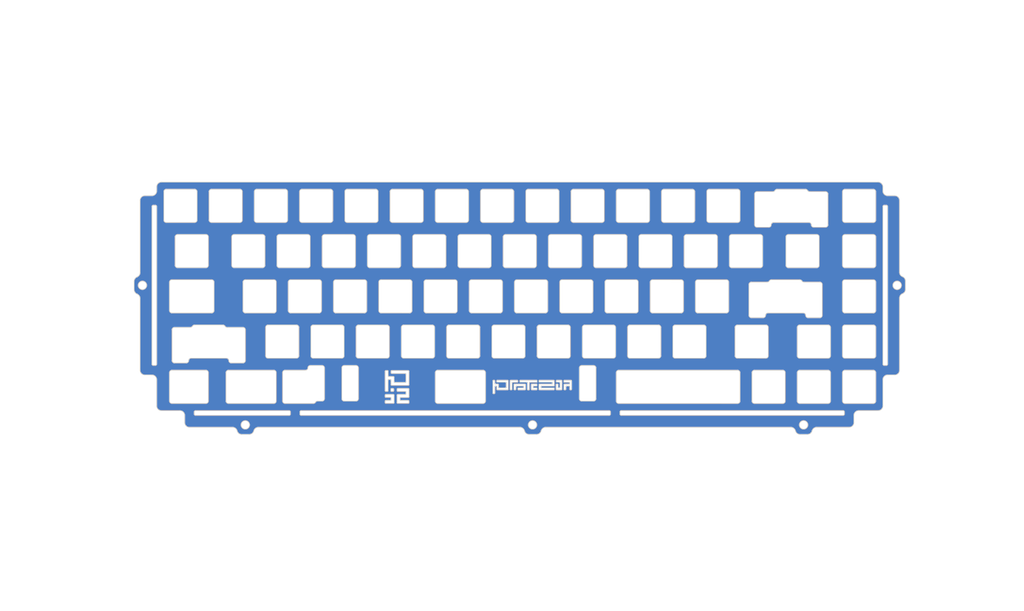
<source format=kicad_pcb>
(kicad_pcb (version 20171130) (host pcbnew "(5.1.9)-1")
  (layers (0 F.Cu signal) (31 B.Cu signal) (34 B.Paste user) (35 F.Paste user) (36 B.SilkS user) (37 F.SilkS user) (38 B.Mask user) (39 F.Mask user) (44 Edge.Cuts user))
  (net 0 "")
  (gr_line (start 233.487737 78.486997) (end 221.487731 78.486653) (layer Edge.Cuts) (width 0.3))
  (gr_arc (start 221.487759 77.486653) (end 220.487759 77.486624) (angle -90) (layer Edge.Cuts) (width 0.3))
  (gr_line (start 39.513205 58.43144) (end 39.513548 46.431434) (layer Edge.Cuts) (width 0.3))
  (gr_line (start 10.937646 77.480634) (end 10.937989 65.480627) (layer Edge.Cuts) (width 0.3))
  (gr_arc (start 52.513556 46.431806) (end 53.513556 46.431834) (angle -90) (layer Edge.Cuts) (width 0.3))
  (gr_arc (start 7.268148 103.580543) (end 8.134187 103.080567) (angle -59.99998843) (layer Edge.Cuts) (width 0.3))
  (gr_line (start -4.73183 102.580199) (end 7.268176 102.580542) (layer Edge.Cuts) (width 0.3))
  (gr_arc (start 233.488109 65.48699) (end 234.48811 65.487018) (angle -90) (layer Edge.Cuts) (width 0.3))
  (gr_arc (start 40.513548 46.431462) (end 40.513577 45.431462) (angle -90) (layer Edge.Cuts) (width 0.3))
  (gr_arc (start -13.170264 117.579966) (end -14.170264 117.579938) (angle -90) (layer Edge.Cuts) (width 0.3))
  (gr_arc (start 233.487766 77.486996) (end 233.487737 78.486997) (angle -90) (layer Edge.Cuts) (width 0.3))
  (gr_line (start 62.037645 78.482095) (end 50.037638 78.481752) (layer Edge.Cuts) (width 0.3))
  (gr_arc (start 62.037673 77.482095) (end 62.037645 78.482095) (angle -90) (layer Edge.Cuts) (width 0.3))
  (gr_line (start 52.513184 59.431813) (end 40.513177 59.431469) (layer Edge.Cuts) (width 0.3))
  (gr_line (start 221.488131 64.486646) (end 233.488138 64.486989) (layer Edge.Cuts) (width 0.3))
  (gr_line (start 50.038039 64.481744) (end 62.038045 64.482088) (layer Edge.Cuts) (width 0.3))
  (gr_arc (start 269.112584 84.538018) (end 269.112612 83.538018) (angle -90) (layer Edge.Cuts) (width 0.3))
  (gr_line (start 49.037666 77.481723) (end 49.038009 65.481716) (layer Edge.Cuts) (width 0.3))
  (gr_line (start -13.169863 103.579959) (end -6.463911 103.58015) (layer Edge.Cuts) (width 0.3))
  (gr_line (start 24.937996 65.481027) (end 24.937653 77.481034) (layer Edge.Cuts) (width 0.3))
  (gr_arc (start 15.705752 117.580792) (end 15.705723 118.580792) (angle -90) (layer Edge.Cuts) (width 0.3))
  (gr_line (start 9.000199 103.580592) (end 15.706152 103.580784) (layer Edge.Cuts) (width 0.3))
  (gr_arc (start 23.937653 77.481005) (end 23.937624 78.481006) (angle -90) (layer Edge.Cuts) (width 0.3))
  (gr_line (start 220.487759 77.486624) (end 220.488102 65.486618) (layer Edge.Cuts) (width 0.3))
  (gr_line (start 63.038017 65.482117) (end 63.037674 77.482123) (layer Edge.Cuts) (width 0.3))
  (gr_line (start 53.513556 46.431834) (end 53.513213 58.431841) (layer Edge.Cuts) (width 0.3))
  (gr_line (start 269.112612 83.538018) (end 281.112619 83.538361) (layer Edge.Cuts) (width 0.3))
  (gr_arc (start 15.706124 104.580785) (end 16.706124 104.580813) (angle -90) (layer Edge.Cuts) (width 0.3))
  (gr_line (start -8.170289 118.58011) (end -13.170292 118.579967) (layer Edge.Cuts) (width 0.3))
  (gr_arc (start 62.038016 65.482088) (end 63.038017 65.482117) (angle -90) (layer Edge.Cuts) (width 0.3))
  (gr_line (start 8.705777 116.580591) (end -6.170231 116.580166) (layer Edge.Cuts) (width 0.3))
  (gr_arc (start -4.731859 103.5802) (end -4.73183 102.580199) (angle -60.00000551) (layer Edge.Cuts) (width 0.3))
  (gr_arc (start -13.169892 104.579959) (end -13.169863 103.579959) (angle -90) (layer Edge.Cuts) (width 0.3))
  (gr_arc (start 9.000227 102.580592) (end 8.134187 103.080567) (angle -60) (layer Edge.Cuts) (width 0.3))
  (gr_arc (start -6.463882 102.58015) (end -6.463911 103.58015) (angle -60) (layer Edge.Cuts) (width 0.3))
  (gr_line (start -14.170264 117.579938) (end -14.169892 104.579931) (layer Edge.Cuts) (width 0.3))
  (gr_arc (start 50.037667 77.481752) (end 49.037666 77.481723) (angle -90) (layer Edge.Cuts) (width 0.3))
  (gr_arc (start 11.937646 77.480662) (end 10.937646 77.480634) (angle -90) (layer Edge.Cuts) (width 0.3))
  (gr_arc (start 40.513205 58.431469) (end 39.513205 58.43144) (angle -90) (layer Edge.Cuts) (width 0.3))
  (gr_line (start 40.513577 45.431462) (end 52.513585 45.431805) (layer Edge.Cuts) (width 0.3))
  (gr_line (start 268.11224 96.537996) (end 268.112583 84.53799) (layer Edge.Cuts) (width 0.3))
  (gr_line (start 11.938018 64.480655) (end 23.938025 64.480998) (layer Edge.Cuts) (width 0.3))
  (gr_arc (start -6.17026 117.580166) (end -6.170231 116.580166) (angle -90) (layer Edge.Cuts) (width 0.3))
  (gr_line (start 282.112591 84.53839) (end 282.112248 96.538396) (layer Edge.Cuts) (width 0.3))
  (gr_arc (start 50.03801 65.481745) (end 50.038039 64.481744) (angle -90) (layer Edge.Cuts) (width 0.3))
  (gr_arc (start 10.705749 117.580649) (end 9.705749 117.58062) (angle -90) (layer Edge.Cuts) (width 0.3))
  (gr_arc (start 11.937989 65.480656) (end 11.938018 64.480655) (angle -90) (layer Edge.Cuts) (width 0.3))
  (gr_line (start 234.48811 65.487018) (end 234.487766 77.487025) (layer Edge.Cuts) (width 0.3))
  (gr_arc (start 52.513213 58.431812) (end 52.513184 59.431813) (angle -90) (layer Edge.Cuts) (width 0.3))
  (gr_line (start 15.705723 118.580792) (end 10.705721 118.580649) (layer Edge.Cuts) (width 0.3))
  (gr_arc (start 8.705748 117.580592) (end 9.705749 117.58062) (angle -90) (layer Edge.Cuts) (width 0.3))
  (gr_line (start 16.706124 104.580813) (end 16.705753 117.58082) (layer Edge.Cuts) (width 0.3))
  (gr_arc (start -8.170261 117.580109) (end -8.170289 118.58011) (angle -90) (layer Edge.Cuts) (width 0.3))
  (gr_arc (start 221.488103 65.486646) (end 221.488131 64.486646) (angle -90) (layer Edge.Cuts) (width 0.3))
  (gr_arc (start 281.11259 84.538361) (end 282.112591 84.53839) (angle -90) (layer Edge.Cuts) (width 0.3))
  (gr_arc (start 23.937996 65.480999) (end 24.937996 65.481027) (angle -90) (layer Edge.Cuts) (width 0.3))
  (gr_line (start 23.937624 78.481006) (end 11.937618 78.480663) (layer Edge.Cuts) (width 0.3))
  (gr_line (start 69.088049 64.482289) (end 81.088055 64.482632) (layer Edge.Cuts) (width 0.3))
  (gr_line (start 262.061119 135.637844) (end 250.061112 135.637501) (layer Edge.Cuts) (width 0.3))
  (gr_line (start 263.061491 122.637866) (end 263.061148 134.637872) (layer Edge.Cuts) (width 0.3))
  (gr_line (start 249.061141 134.637472) (end 249.061484 122.637466) (layer Edge.Cuts) (width 0.3))
  (gr_line (start 91.613577 46.432923) (end 91.613234 58.43293) (layer Edge.Cuts) (width 0.3))
  (gr_line (start 2.505818 97.530404) (end -14.256691 97.529924) (layer Edge.Cuts) (width 0.3))
  (gr_line (start 268.111151 134.638017) (end 268.111494 122.63801) (layer Edge.Cuts) (width 0.3))
  (gr_arc (start 269.111494 122.638039) (end 269.111523 121.638038) (angle -90) (layer Edge.Cuts) (width 0.3))
  (gr_line (start 81.087655 78.48264) (end 69.087649 78.482297) (layer Edge.Cuts) (width 0.3))
  (gr_arc (start 69.08802 65.48229) (end 69.088049 64.482289) (angle -90) (layer Edge.Cuts) (width 0.3))
  (gr_line (start 85.849613 97.532786) (end 73.849607 97.532443) (layer Edge.Cuts) (width 0.3))
  (gr_line (start 77.613226 58.43253) (end 77.613569 46.432523) (layer Edge.Cuts) (width 0.3))
  (gr_arc (start 90.613577 46.432895) (end 91.613577 46.432923) (angle -90) (layer Edge.Cuts) (width 0.3))
  (gr_arc (start 269.111151 134.638045) (end 268.111151 134.638017) (angle -90) (layer Edge.Cuts) (width 0.3))
  (gr_line (start 281.111129 135.638389) (end 269.111123 135.638046) (layer Edge.Cuts) (width 0.3))
  (gr_arc (start 281.111158 134.638388) (end 281.111129 135.638389) (angle -90) (layer Edge.Cuts) (width 0.3))
  (gr_line (start 282.111501 122.63841) (end 282.111158 134.638417) (layer Edge.Cuts) (width 0.3))
  (gr_line (start 269.111523 121.638038) (end 281.111529 121.638381) (layer Edge.Cuts) (width 0.3))
  (gr_arc (start 78.613227 58.432558) (end 77.613226 58.43253) (angle -90) (layer Edge.Cuts) (width 0.3))
  (gr_arc (start 64.324085 115.582181) (end 63.324085 115.582152) (angle -90) (layer Edge.Cuts) (width 0.3))
  (gr_line (start 90.613205 59.432902) (end 78.613198 59.432559) (layer Edge.Cuts) (width 0.3))
  (gr_line (start 78.613599 45.432551) (end 90.613605 45.432894) (layer Edge.Cuts) (width 0.3))
  (gr_arc (start 2.50619 84.530396) (end 3.50619 84.530425) (angle -90) (layer Edge.Cuts) (width 0.3))
  (gr_arc (start 81.087684 77.482639) (end 81.087655 78.48264) (angle -90) (layer Edge.Cuts) (width 0.3))
  (gr_line (start 82.088027 65.482661) (end 82.087684 77.482668) (layer Edge.Cuts) (width 0.3))
  (gr_line (start -14.256291 83.529917) (end 2.506218 83.530396) (layer Edge.Cuts) (width 0.3))
  (gr_arc (start 73.849978 84.532436) (end 73.850007 83.532436) (angle -90) (layer Edge.Cuts) (width 0.3))
  (gr_line (start 73.850007 83.532436) (end 85.850013 83.532779) (layer Edge.Cuts) (width 0.3))
  (gr_arc (start -14.256662 96.529924) (end -15.256663 96.529895) (angle -90) (layer Edge.Cuts) (width 0.3))
  (gr_line (start 72.849635 96.532414) (end 72.849978 84.532407) (layer Edge.Cuts) (width 0.3))
  (gr_line (start 149.049676 96.534592) (end 149.050019 84.534586) (layer Edge.Cuts) (width 0.3))
  (gr_line (start 150.050048 83.534614) (end 162.050054 83.534957) (layer Edge.Cuts) (width 0.3))
  (gr_arc (start -14.256319 84.529917) (end -14.256291 83.529917) (angle -90) (layer Edge.Cuts) (width 0.3))
  (gr_arc (start 64.324429 103.582174) (end 64.324457 102.582174) (angle -90) (layer Edge.Cuts) (width 0.3))
  (gr_arc (start 73.849635 96.532443) (end 72.849635 96.532414) (angle -90) (layer Edge.Cuts) (width 0.3))
  (gr_arc (start 162.049683 96.534964) (end 162.049654 97.534965) (angle -90) (layer Edge.Cuts) (width 0.3))
  (gr_arc (start 250.061141 134.637501) (end 249.061141 134.637472) (angle -90) (layer Edge.Cuts) (width 0.3))
  (gr_line (start -15.256663 96.529895) (end -15.25632 84.529889) (layer Edge.Cuts) (width 0.3))
  (gr_arc (start 262.061491 122.637837) (end 263.061491 122.637866) (angle -90) (layer Edge.Cuts) (width 0.3))
  (gr_arc (start 281.111501 122.638382) (end 282.111501 122.63841) (angle -90) (layer Edge.Cuts) (width 0.3))
  (gr_arc (start 90.613233 58.432901) (end 90.613205 59.432902) (angle -90) (layer Edge.Cuts) (width 0.3))
  (gr_line (start 64.324457 102.582174) (end 76.324463 102.582517) (layer Edge.Cuts) (width 0.3))
  (gr_arc (start 250.061484 122.637494) (end 250.061513 121.637494) (angle -90) (layer Edge.Cuts) (width 0.3))
  (gr_line (start 162.049654 97.534965) (end 150.049648 97.534621) (layer Edge.Cuts) (width 0.3))
  (gr_arc (start 85.849642 96.532786) (end 85.849613 97.532786) (angle -90) (layer Edge.Cuts) (width 0.3))
  (gr_arc (start 85.849985 84.532779) (end 86.849985 84.532808) (angle -90) (layer Edge.Cuts) (width 0.3))
  (gr_line (start 86.849985 84.532808) (end 86.849642 96.532814) (layer Edge.Cuts) (width 0.3))
  (gr_arc (start 69.087677 77.482296) (end 68.087677 77.482268) (angle -90) (layer Edge.Cuts) (width 0.3))
  (gr_line (start 68.087677 77.482268) (end 68.08802 65.482261) (layer Edge.Cuts) (width 0.3))
  (gr_arc (start 76.324434 103.582517) (end 77.324436 103.582546) (angle -90) (layer Edge.Cuts) (width 0.3))
  (gr_line (start 3.50619 84.530425) (end 3.505847 96.530432) (layer Edge.Cuts) (width 0.3))
  (gr_arc (start 162.050026 84.534958) (end 163.050026 84.534986) (angle -90) (layer Edge.Cuts) (width 0.3))
  (gr_arc (start 150.049676 96.534621) (end 149.049676 96.534592) (angle -90) (layer Edge.Cuts) (width 0.3))
  (gr_arc (start 269.112241 96.538025) (end 268.11224 96.537996) (angle -90) (layer Edge.Cuts) (width 0.3))
  (gr_line (start 281.112218 97.538368) (end 269.112212 97.538025) (layer Edge.Cuts) (width 0.3))
  (gr_arc (start 262.061148 134.637844) (end 262.061119 135.637844) (angle -90) (layer Edge.Cuts) (width 0.3))
  (gr_line (start 250.061513 121.637494) (end 262.061519 121.637837) (layer Edge.Cuts) (width 0.3))
  (gr_arc (start 2.505847 96.530403) (end 2.505818 97.530404) (angle -90) (layer Edge.Cuts) (width 0.3))
  (gr_arc (start 78.61357 46.432552) (end 78.613599 45.432551) (angle -90) (layer Edge.Cuts) (width 0.3))
  (gr_line (start 163.050026 84.534986) (end 163.049683 96.534993) (layer Edge.Cuts) (width 0.3))
  (gr_arc (start 150.050019 84.534614) (end 150.050048 83.534614) (angle -90) (layer Edge.Cuts) (width 0.3))
  (gr_arc (start 281.112247 96.538368) (end 281.112218 97.538368) (angle -90) (layer Edge.Cuts) (width 0.3))
  (gr_line (start 63.324085 115.582152) (end 63.324428 103.582145) (layer Edge.Cuts) (width 0.3))
  (gr_arc (start 81.088027 65.482633) (end 82.088027 65.482661) (angle -90) (layer Edge.Cuts) (width 0.3))
  (gr_line (start 251.593953 97.537524) (end 236.717944 97.537099) (layer Edge.Cuts) (width 0.3))
  (gr_arc (start 57.274425 103.581973) (end 58.274425 103.582001) (angle -90) (layer Edge.Cuts) (width 0.3))
  (gr_line (start 238.156346 83.537133) (end 250.156352 83.537476) (layer Edge.Cuts) (width 0.3))
  (gr_line (start 45.274447 102.581629) (end 57.274453 102.581972) (layer Edge.Cuts) (width 0.3))
  (gr_arc (start 45.274418 103.581629) (end 45.274447 102.581629) (angle -90) (layer Edge.Cuts) (width 0.3))
  (gr_arc (start 254.270743 45.437573) (end 253.404704 45.937548) (angle -59.99998843) (layer Edge.Cuts) (width 0.3))
  (gr_line (start 260.97624 61.437773) (end 255.976237 61.43763) (layer Edge.Cuts) (width 0.3))
  (gr_line (start 44.274075 115.581607) (end 44.274418 103.581601) (layer Edge.Cuts) (width 0.3))
  (gr_arc (start 258.594299 85.537718) (end 259.5943 85.537747) (angle -90) (layer Edge.Cuts) (width 0.3))
  (gr_line (start 258.593899 99.537726) (end 253.593896 99.537583) (layer Edge.Cuts) (width 0.3))
  (gr_arc (start 232.100253 60.436947) (end 231.100252 60.436919) (angle -90) (layer Edge.Cuts) (width 0.3))
  (gr_arc (start 238.806634 45.437131) (end 238.806605 46.437131) (angle -60.00000551) (layer Edge.Cuts) (width 0.3))
  (gr_arc (start 253.976264 60.437572) (end 254.976265 60.437601) (angle -90) (layer Edge.Cuts) (width 0.3))
  (gr_arc (start 239.100256 60.437147) (end 239.100285 59.437147) (angle -90) (layer Edge.Cuts) (width 0.3))
  (gr_arc (start 260.97664 47.437766) (end 261.97664 47.437794) (angle -90) (layer Edge.Cuts) (width 0.3))
  (gr_arc (start 232.100624 47.43694) (end 232.100653 46.43694) (angle -90) (layer Edge.Cuts) (width 0.3))
  (gr_arc (start 45.274075 115.581636) (end 44.274075 115.581607) (angle -90) (layer Edge.Cuts) (width 0.3))
  (gr_arc (start 229.718284 85.536893) (end 229.718312 84.536892) (angle -90) (layer Edge.Cuts) (width 0.3))
  (gr_arc (start 123.950005 84.533868) (end 124.950006 84.533897) (angle -90) (layer Edge.Cuts) (width 0.3))
  (gr_arc (start 236.717916 98.5371) (end 236.717944 97.537099) (angle -90) (layer Edge.Cuts) (width 0.3))
  (gr_arc (start 253.593925 98.537582) (end 252.593924 98.537554) (angle -90) (layer Edge.Cuts) (width 0.3))
  (gr_arc (start 252.538664 46.437524) (end 253.404704 45.937548) (angle -60) (layer Edge.Cuts) (width 0.3))
  (gr_arc (start 260.976268 60.437773) (end 260.97624 61.437773) (angle -90) (layer Edge.Cuts) (width 0.3))
  (gr_line (start 57.274053 116.58198) (end 45.274047 116.581636) (layer Edge.Cuts) (width 0.3))
  (gr_line (start 237.100227 61.437091) (end 232.100224 61.436948) (layer Edge.Cuts) (width 0.3))
  (gr_line (start 232.100653 46.43694) (end 238.806605 46.437131) (layer Edge.Cuts) (width 0.3))
  (gr_arc (start 123.949662 96.533875) (end 123.949634 97.533875) (angle -90) (layer Edge.Cuts) (width 0.3))
  (gr_line (start 259.5943 85.537747) (end 259.593928 98.537754) (layer Edge.Cuts) (width 0.3))
  (gr_arc (start 237.100255 60.43709) (end 237.100227 61.437091) (angle -90) (layer Edge.Cuts) (width 0.3))
  (gr_line (start 123.949634 97.533875) (end 111.949627 97.533532) (layer Edge.Cuts) (width 0.3))
  (gr_arc (start 251.593924 98.537525) (end 252.593924 98.537554) (angle -90) (layer Edge.Cuts) (width 0.3))
  (gr_arc (start 111.949656 96.533532) (end 110.949655 96.533503) (angle -90) (layer Edge.Cuts) (width 0.3))
  (gr_arc (start 251.888403 83.537525) (end 251.022363 84.037501) (angle -59.99998843) (layer Edge.Cuts) (width 0.3))
  (gr_line (start 231.100252 60.436919) (end 231.100624 47.436912) (layer Edge.Cuts) (width 0.3))
  (gr_line (start 29.987656 77.481178) (end 29.987999 65.481172) (layer Edge.Cuts) (width 0.3))
  (gr_arc (start 57.274082 115.581979) (end 57.274053 116.58198) (angle -90) (layer Edge.Cuts) (width 0.3))
  (gr_line (start 110.949655 96.533503) (end 110.949998 84.533497) (layer Edge.Cuts) (width 0.3))
  (gr_line (start 234.717886 99.537043) (end 229.717884 99.5369) (layer Edge.Cuts) (width 0.3))
  (gr_line (start 251.888374 84.537525) (end 258.594328 84.537718) (layer Edge.Cuts) (width 0.3))
  (gr_arc (start 238.156317 84.537133) (end 238.156346 83.537133) (angle -60) (layer Edge.Cuts) (width 0.3))
  (gr_line (start 228.717912 98.536871) (end 228.718283 85.536864) (layer Edge.Cuts) (width 0.3))
  (gr_arc (start 258.593928 98.537725) (end 258.593899 99.537726) (angle -90) (layer Edge.Cuts) (width 0.3))
  (gr_arc (start 255.976266 60.43763) (end 254.976265 60.437601) (angle -90) (layer Edge.Cuts) (width 0.3))
  (gr_arc (start 111.949999 84.533525) (end 111.950027 83.533525) (angle -90) (layer Edge.Cuts) (width 0.3))
  (gr_line (start 111.950027 83.533525) (end 123.950034 83.533868) (layer Edge.Cuts) (width 0.3))
  (gr_line (start 254.270715 46.437573) (end 260.976668 46.437765) (layer Edge.Cuts) (width 0.3))
  (gr_arc (start 234.717915 98.537043) (end 234.717886 99.537043) (angle -90) (layer Edge.Cuts) (width 0.3))
  (gr_line (start 261.97664 47.437794) (end 261.976269 60.437801) (layer Edge.Cuts) (width 0.3))
  (gr_line (start 58.274425 103.582001) (end 58.274082 115.582008) (layer Edge.Cuts) (width 0.3))
  (gr_line (start 124.950006 84.533897) (end 124.949663 96.533903) (layer Edge.Cuts) (width 0.3))
  (gr_arc (start 250.156323 84.537476) (end 251.022363 84.037501) (angle -60) (layer Edge.Cuts) (width 0.3))
  (gr_line (start 240.538686 45.43718) (end 252.538692 45.437524) (layer Edge.Cuts) (width 0.3))
  (gr_arc (start 236.424294 83.537083) (end 236.424265 84.537084) (angle -60.00000551) (layer Edge.Cuts) (width 0.3))
  (gr_line (start 229.718312 84.536892) (end 236.424265 84.537084) (layer Edge.Cuts) (width 0.3))
  (gr_arc (start 240.538657 46.437181) (end 240.538686 45.43718) (angle -60) (layer Edge.Cuts) (width 0.3))
  (gr_line (start 253.976293 59.437572) (end 239.100285 59.437147) (layer Edge.Cuts) (width 0.3))
  (gr_arc (start 42.987663 77.48155) (end 42.987635 78.481551) (angle -90) (layer Edge.Cuts) (width 0.3))
  (gr_arc (start 30.987657 77.481207) (end 29.987656 77.481178) (angle -90) (layer Edge.Cuts) (width 0.3))
  (gr_line (start 42.987635 78.481551) (end 30.987628 78.481207) (layer Edge.Cuts) (width 0.3))
  (gr_line (start 263.062036 103.587856) (end 263.061693 115.587862) (layer Edge.Cuts) (width 0.3))
  (gr_arc (start 209.674164 115.586336) (end 209.674135 116.586336) (angle -90) (layer Edge.Cuts) (width 0.3))
  (gr_line (start 196.674157 115.585964) (end 196.6745 103.585958) (layer Edge.Cuts) (width 0.3))
  (gr_line (start 282.113135 65.48838) (end 282.112792 77.488386) (layer Edge.Cuts) (width 0.3))
  (gr_arc (start 145.287718 77.484475) (end 144.287718 77.484446) (angle -90) (layer Edge.Cuts) (width 0.3))
  (gr_arc (start 223.96147 122.636748) (end 224.961471 122.636777) (angle -90) (layer Edge.Cuts) (width 0.3))
  (gr_line (start 173.861472 121.635315) (end 223.961499 121.636748) (layer Edge.Cuts) (width 0.3))
  (gr_line (start 224.963649 46.436736) (end 224.963306 58.436742) (layer Edge.Cuts) (width 0.3))
  (gr_arc (start 223.963648 46.436707) (end 224.963649 46.436736) (angle -90) (layer Edge.Cuts) (width 0.3))
  (gr_line (start 157.287696 78.484818) (end 145.28769 78.484475) (layer Edge.Cuts) (width 0.3))
  (gr_arc (start 281.113135 65.488351) (end 282.113135 65.48838) (angle -90) (layer Edge.Cuts) (width 0.3))
  (gr_arc (start 209.674507 103.586329) (end 210.674507 103.586358) (angle -90) (layer Edge.Cuts) (width 0.3))
  (gr_line (start 210.963298 58.436342) (end 210.963641 46.436335) (layer Edge.Cuts) (width 0.3))
  (gr_line (start 262.061664 116.587834) (end 250.061657 116.587491) (layer Edge.Cuts) (width 0.3))
  (gr_line (start 281.112763 78.488358) (end 269.112757 78.488015) (layer Edge.Cuts) (width 0.3))
  (gr_arc (start 197.6745 103.585986) (end 197.674529 102.585986) (angle -90) (layer Edge.Cuts) (width 0.3))
  (gr_arc (start 211.963299 58.43637) (end 210.963298 58.436342) (angle -90) (layer Edge.Cuts) (width 0.3))
  (gr_arc (start 211.963642 46.436364) (end 211.963671 45.436363) (angle -90) (layer Edge.Cuts) (width 0.3))
  (gr_arc (start 269.112785 77.488014) (end 268.112785 77.487986) (angle -90) (layer Edge.Cuts) (width 0.3))
  (gr_line (start 269.113157 64.488007) (end 281.113163 64.48835) (layer Edge.Cuts) (width 0.3))
  (gr_arc (start 173.861443 122.635316) (end 173.861472 121.635315) (angle -90) (layer Edge.Cuts) (width 0.3))
  (gr_arc (start 157.287725 77.484818) (end 157.287696 78.484818) (angle -90) (layer Edge.Cuts) (width 0.3))
  (gr_arc (start 173.8611 134.635322) (end 172.861099 134.635294) (angle -90) (layer Edge.Cuts) (width 0.3))
  (gr_line (start 211.963671 45.436363) (end 223.963677 45.436706) (layer Edge.Cuts) (width 0.3))
  (gr_arc (start 223.963305 58.436713) (end 223.963277 59.436714) (angle -90) (layer Edge.Cuts) (width 0.3))
  (gr_arc (start 145.288061 65.484468) (end 145.28809 64.484468) (angle -90) (layer Edge.Cuts) (width 0.3))
  (gr_arc (start 250.061686 115.58749) (end 249.061685 115.587462) (angle -90) (layer Edge.Cuts) (width 0.3))
  (gr_line (start 145.28809 64.484468) (end 157.288096 64.484811) (layer Edge.Cuts) (width 0.3))
  (gr_arc (start 88.137688 77.482841) (end 87.137687 77.482812) (angle -90) (layer Edge.Cuts) (width 0.3))
  (gr_line (start 100.137665 78.483184) (end 88.137659 78.482841) (layer Edge.Cuts) (width 0.3))
  (gr_line (start 210.674507 103.586358) (end 210.674164 115.586364) (layer Edge.Cuts) (width 0.3))
  (gr_line (start 223.963277 59.436714) (end 211.96327 59.436371) (layer Edge.Cuts) (width 0.3))
  (gr_line (start 144.287718 77.484446) (end 144.288061 65.484439) (layer Edge.Cuts) (width 0.3))
  (gr_arc (start 197.674157 115.585993) (end 196.674157 115.585964) (angle -90) (layer Edge.Cuts) (width 0.3))
  (gr_arc (start 281.112792 77.488357) (end 281.112763 78.488358) (angle -90) (layer Edge.Cuts) (width 0.3))
  (gr_line (start 224.961471 122.636777) (end 224.961128 134.636783) (layer Edge.Cuts) (width 0.3))
  (gr_arc (start 269.113128 65.488008) (end 269.113157 64.488007) (angle -90) (layer Edge.Cuts) (width 0.3))
  (gr_arc (start 100.137694 77.483184) (end 100.137665 78.483184) (angle -90) (layer Edge.Cuts) (width 0.3))
  (gr_arc (start 262.061692 115.587833) (end 262.061664 116.587834) (angle -90) (layer Edge.Cuts) (width 0.3))
  (gr_line (start 209.674135 116.586336) (end 197.674129 116.585993) (layer Edge.Cuts) (width 0.3))
  (gr_line (start 223.961098 135.636755) (end 173.861071 135.635323) (layer Edge.Cuts) (width 0.3))
  (gr_arc (start 157.288068 65.484811) (end 158.288068 65.48484) (angle -90) (layer Edge.Cuts) (width 0.3))
  (gr_arc (start 262.062035 103.587827) (end 263.062036 103.587856) (angle -90) (layer Edge.Cuts) (width 0.3))
  (gr_line (start 197.674529 102.585986) (end 209.674536 102.586329) (layer Edge.Cuts) (width 0.3))
  (gr_line (start 250.062057 102.587483) (end 262.062064 102.587826) (layer Edge.Cuts) (width 0.3))
  (gr_line (start 172.861099 134.635294) (end 172.861442 122.635287) (layer Edge.Cuts) (width 0.3))
  (gr_arc (start 223.961127 134.636755) (end 223.961098 135.636755) (angle -90) (layer Edge.Cuts) (width 0.3))
  (gr_arc (start 250.062029 103.587484) (end 250.062057 102.587483) (angle -90) (layer Edge.Cuts) (width 0.3))
  (gr_line (start 158.288068 65.48484) (end 158.287725 77.484846) (layer Edge.Cuts) (width 0.3))
  (gr_line (start 268.112785 77.487986) (end 268.113128 65.487979) (layer Edge.Cuts) (width 0.3))
  (gr_line (start 249.061685 115.587462) (end 249.062028 103.587455) (layer Edge.Cuts) (width 0.3))
  (gr_arc (start 33.367274 134.631306) (end 32.367274 134.631277) (angle -90) (layer Edge.Cuts) (width 0.3))
  (gr_line (start 172.863278 58.435253) (end 172.863621 46.435246) (layer Edge.Cuts) (width 0.3))
  (gr_line (start 185.863256 59.435625) (end 173.86325 59.435282) (layer Edge.Cuts) (width 0.3))
  (gr_arc (start 185.863285 58.435624) (end 185.863256 59.435625) (angle -90) (layer Edge.Cuts) (width 0.3))
  (gr_arc (start 192.913632 46.435819) (end 192.91366 45.435819) (angle -90) (layer Edge.Cuts) (width 0.3))
  (gr_arc (start 0.123849 122.630349) (end 1.12385 122.630378) (angle -90) (layer Edge.Cuts) (width 0.3))
  (gr_line (start 223.868293 102.586735) (end 235.8683 102.587078) (layer Edge.Cuts) (width 0.3))
  (gr_line (start 235.867899 116.587085) (end 223.867893 116.586742) (layer Edge.Cuts) (width 0.3))
  (gr_line (start 196.388089 65.485929) (end 196.387746 77.485935) (layer Edge.Cuts) (width 0.3))
  (gr_line (start 183.388111 64.485557) (end 195.388117 64.4859) (layer Edge.Cuts) (width 0.3))
  (gr_arc (start 0.123506 134.630355) (end 0.123478 135.630356) (angle -90) (layer Edge.Cuts) (width 0.3))
  (gr_arc (start 128.713254 58.43399) (end 128.713225 59.433991) (angle -90) (layer Edge.Cuts) (width 0.3))
  (gr_arc (start 214.438099 65.486445) (end 215.438099 65.486473) (angle -90) (layer Edge.Cuts) (width 0.3))
  (gr_line (start 202.438121 64.486101) (end 214.438127 64.486444) (layer Edge.Cuts) (width 0.3))
  (gr_arc (start 202.438092 65.486102) (end 202.438121 64.486101) (angle -90) (layer Edge.Cuts) (width 0.3))
  (gr_line (start 201.437749 77.48608) (end 201.438092 65.486073) (layer Edge.Cuts) (width 0.3))
  (gr_arc (start 76.324091 115.582524) (end 76.324062 116.582524) (angle -90) (layer Edge.Cuts) (width 0.3))
  (gr_arc (start 202.437749 77.486108) (end 201.437749 77.48608) (angle -90) (layer Edge.Cuts) (width 0.3))
  (gr_line (start 214.437727 78.486452) (end 202.437721 78.486109) (layer Edge.Cuts) (width 0.3))
  (gr_line (start 129.713598 46.434013) (end 129.713255 58.434019) (layer Edge.Cuts) (width 0.3))
  (gr_arc (start 45.367281 134.631649) (end 45.367252 135.631649) (angle -59.99997686) (layer Edge.Cuts) (width 0.3))
  (gr_line (start 204.913267 59.436169) (end 192.91326 59.435826) (layer Edge.Cuts) (width 0.3))
  (gr_line (start 115.713247 58.433619) (end 115.71359 46.433612) (layer Edge.Cuts) (width 0.3))
  (gr_arc (start 214.437756 77.486451) (end 214.437727 78.486452) (angle -90) (layer Edge.Cuts) (width 0.3))
  (gr_arc (start 195.387745 77.485907) (end 195.387717 78.485907) (angle -90) (layer Edge.Cuts) (width 0.3))
  (gr_arc (start 183.387739 77.485564) (end 182.387738 77.485535) (angle -90) (layer Edge.Cuts) (width 0.3))
  (gr_line (start 215.438099 65.486473) (end 215.437756 77.48648) (layer Edge.Cuts) (width 0.3))
  (gr_arc (start 173.863621 46.435275) (end 173.86365 45.435274) (angle -90) (layer Edge.Cuts) (width 0.3))
  (gr_arc (start 128.713597 46.433984) (end 129.713598 46.434013) (angle -90) (layer Edge.Cuts) (width 0.3))
  (gr_arc (start 47.099303 135.631699) (end 47.099332 134.631698) (angle -60) (layer Edge.Cuts) (width 0.3))
  (gr_line (start 205.913639 46.436191) (end 205.913296 58.436197) (layer Edge.Cuts) (width 0.3))
  (gr_line (start 1.12385 122.630378) (end 1.123507 134.630384) (layer Edge.Cuts) (width 0.3))
  (gr_arc (start 44.01143 120.631603) (end 44.011459 119.631602) (angle -90) (layer Edge.Cuts) (width 0.3))
  (gr_line (start 33.367646 121.631299) (end 42.0114 121.631546) (layer Edge.Cuts) (width 0.3))
  (gr_arc (start 223.868265 103.586735) (end 223.868293 102.586735) (angle -90) (layer Edge.Cuts) (width 0.3))
  (gr_line (start 192.91366 45.435819) (end 204.913667 45.436162) (layer Edge.Cuts) (width 0.3))
  (gr_arc (start -14.257752 134.629944) (end -15.257752 134.629916) (angle -90) (layer Edge.Cuts) (width 0.3))
  (gr_line (start 222.867921 115.586713) (end 222.868264 103.586707) (layer Edge.Cuts) (width 0.3))
  (gr_arc (start 192.913289 58.435826) (end 191.913288 58.435797) (angle -90) (layer Edge.Cuts) (width 0.3))
  (gr_arc (start 195.388088 65.4859) (end 196.388089 65.485929) (angle -90) (layer Edge.Cuts) (width 0.3))
  (gr_line (start -14.25738 121.629937) (end 0.123878 121.630348) (layer Edge.Cuts) (width 0.3))
  (gr_line (start 116.713619 45.43364) (end 128.713626 45.433983) (layer Edge.Cuts) (width 0.3))
  (gr_line (start -15.257752 134.629916) (end -15.257409 122.629909) (layer Edge.Cuts) (width 0.3))
  (gr_line (start 0.123478 135.630356) (end -14.25778 135.629945) (layer Edge.Cuts) (width 0.3))
  (gr_arc (start 235.868271 103.587078) (end 236.868272 103.587107) (angle -90) (layer Edge.Cuts) (width 0.3))
  (gr_arc (start 116.713591 46.433641) (end 116.713619 45.43364) (angle -90) (layer Edge.Cuts) (width 0.3))
  (gr_arc (start 183.388082 65.485557) (end 183.388111 64.485557) (angle -90) (layer Edge.Cuts) (width 0.3))
  (gr_arc (start 235.867928 115.587085) (end 235.867899 116.587085) (angle -90) (layer Edge.Cuts) (width 0.3))
  (gr_arc (start 173.863278 58.435281) (end 172.863278 58.435253) (angle -90) (layer Edge.Cuts) (width 0.3))
  (gr_arc (start 204.913638 46.436162) (end 205.913639 46.436191) (angle -90) (layer Edge.Cuts) (width 0.3))
  (gr_line (start 76.324062 116.582524) (end 64.324057 116.582181) (layer Edge.Cuts) (width 0.3))
  (gr_arc (start 185.863628 46.435618) (end 186.863628 46.435646) (angle -90) (layer Edge.Cuts) (width 0.3))
  (gr_arc (start -14.257408 122.629938) (end -14.25738 121.629937) (angle -90) (layer Edge.Cuts) (width 0.3))
  (gr_arc (start 204.913295 58.436169) (end 204.913267 59.436169) (angle -90) (layer Edge.Cuts) (width 0.3))
  (gr_line (start 182.387738 77.485535) (end 182.388081 65.485529) (layer Edge.Cuts) (width 0.3))
  (gr_arc (start 223.867922 115.586742) (end 222.867921 115.586713) (angle -90) (layer Edge.Cuts) (width 0.3))
  (gr_line (start 77.324436 103.582546) (end 77.324091 115.582552) (layer Edge.Cuts) (width 0.3))
  (gr_line (start 195.387717 78.485907) (end 183.38771 78.485564) (layer Edge.Cuts) (width 0.3))
  (gr_line (start 236.868272 103.587107) (end 236.867929 115.587113) (layer Edge.Cuts) (width 0.3))
  (gr_line (start 173.86365 45.435274) (end 185.863656 45.435617) (layer Edge.Cuts) (width 0.3))
  (gr_line (start 191.913288 58.435797) (end 191.913631 46.435791) (layer Edge.Cuts) (width 0.3))
  (gr_line (start 128.713225 59.433991) (end 116.713219 59.433648) (layer Edge.Cuts) (width 0.3))
  (gr_line (start 186.863628 46.435646) (end 186.863285 58.435653) (layer Edge.Cuts) (width 0.3))
  (gr_arc (start 116.713248 58.433647) (end 115.713247 58.433619) (angle -90) (layer Edge.Cuts) (width 0.3))
  (gr_arc (start 28.699611 96.531152) (end 28.699582 97.531152) (angle -90) (layer Edge.Cuts) (width 0.3))
  (gr_line (start 269.113701 45.437997) (end 281.113708 45.43834) (layer Edge.Cuts) (width 0.3))
  (gr_line (start 268.113329 58.437976) (end 268.113672 46.437969) (layer Edge.Cuts) (width 0.3))
  (gr_line (start 282.11368 46.438369) (end 282.113337 58.438376) (layer Edge.Cuts) (width 0.3))
  (gr_line (start 152.524104 116.584703) (end 140.524098 116.584359) (layer Edge.Cuts) (width 0.3))
  (gr_arc (start 269.113673 46.437998) (end 269.113701 45.437997) (angle -90) (layer Edge.Cuts) (width 0.3))
  (gr_line (start 28.699582 97.531152) (end 16.699576 97.530809) (layer Edge.Cuts) (width 0.3))
  (gr_arc (start 42.011429 120.631545) (end 42.0114 121.631546) (angle -90) (layer Edge.Cuts) (width 0.3))
  (gr_arc (start 121.474116 115.583814) (end 120.474116 115.583786) (angle -90) (layer Edge.Cuts) (width 0.3))
  (gr_line (start 29.699954 84.531174) (end 29.699611 96.53118) (layer Edge.Cuts) (width 0.3))
  (gr_arc (start 28.699954 84.531145) (end 29.699954 84.531174) (angle -90) (layer Edge.Cuts) (width 0.3))
  (gr_arc (start 281.113336 58.438347) (end 281.113308 59.438348) (angle -90) (layer Edge.Cuts) (width 0.3))
  (gr_arc (start 133.474466 103.584151) (end 134.474466 103.584179) (angle -90) (layer Edge.Cuts) (width 0.3))
  (gr_line (start 16.699976 83.530802) (end 28.699982 83.531145) (layer Edge.Cuts) (width 0.3))
  (gr_arc (start 16.699947 84.530802) (end 16.699976 83.530802) (angle -90) (layer Edge.Cuts) (width 0.3))
  (gr_line (start 115.424456 103.583635) (end 115.424113 115.583641) (layer Edge.Cuts) (width 0.3))
  (gr_line (start 15.699604 96.53078) (end 15.699947 84.530774) (layer Edge.Cuts) (width 0.3))
  (gr_line (start 71.563195 59.432357) (end 59.563188 59.432014) (layer Edge.Cuts) (width 0.3))
  (gr_arc (start 16.699604 96.530809) (end 15.699604 96.53078) (angle -90) (layer Edge.Cuts) (width 0.3))
  (gr_line (start 281.113308 59.438348) (end 269.113301 59.438005) (layer Edge.Cuts) (width 0.3))
  (gr_line (start 153.524477 103.584724) (end 153.524134 115.584731) (layer Edge.Cuts) (width 0.3))
  (gr_arc (start 49.011433 120.631745) (end 50.011433 120.631774) (angle -90) (layer Edge.Cuts) (width 0.3))
  (gr_line (start 49.011033 134.631753) (end 47.099332 134.631698) (layer Edge.Cuts) (width 0.3))
  (gr_arc (start 152.524476 103.584696) (end 153.524477 103.584724) (angle -90) (layer Edge.Cuts) (width 0.3))
  (gr_line (start 140.524498 102.584352) (end 152.524505 102.584695) (layer Edge.Cuts) (width 0.3))
  (gr_arc (start 114.424112 115.583613) (end 114.424084 116.583613) (angle -90) (layer Edge.Cuts) (width 0.3))
  (gr_line (start 102.424478 102.583263) (end 114.424484 102.583606) (layer Edge.Cuts) (width 0.3))
  (gr_line (start 101.424105 115.583241) (end 101.424449 103.583235) (layer Edge.Cuts) (width 0.3))
  (gr_arc (start 71.563223 58.432357) (end 71.563195 59.432357) (angle -90) (layer Edge.Cuts) (width 0.3))
  (gr_line (start 121.474488 102.583807) (end 133.474494 102.58415) (layer Edge.Cuts) (width 0.3))
  (gr_arc (start 33.367617 122.631299) (end 33.367646 121.631299) (angle -90) (layer Edge.Cuts) (width 0.3))
  (gr_arc (start 49.011061 133.631753) (end 49.011033 134.631753) (angle -90) (layer Edge.Cuts) (width 0.3))
  (gr_line (start 133.474094 116.584158) (end 121.474088 116.583815) (layer Edge.Cuts) (width 0.3))
  (gr_arc (start 140.524127 115.584359) (end 139.524126 115.58433) (angle -90) (layer Edge.Cuts) (width 0.3))
  (gr_line (start 282.112046 103.5884) (end 282.111703 115.588407) (layer Edge.Cuts) (width 0.3))
  (gr_line (start 269.112068 102.588028) (end 281.112074 102.588371) (layer Edge.Cuts) (width 0.3))
  (gr_line (start 268.111695 115.588006) (end 268.112038 103.588) (layer Edge.Cuts) (width 0.3))
  (gr_line (start 59.563588 45.432007) (end 71.563595 45.43235) (layer Edge.Cuts) (width 0.3))
  (gr_line (start 44.011459 119.631602) (end 49.011461 119.631745) (layer Edge.Cuts) (width 0.3))
  (gr_line (start 58.563216 58.431985) (end 58.563559 46.431978) (layer Edge.Cuts) (width 0.3))
  (gr_line (start 120.474116 115.583786) (end 120.474459 103.583779) (layer Edge.Cuts) (width 0.3))
  (gr_line (start 50.011433 120.631774) (end 50.011062 133.631781) (layer Edge.Cuts) (width 0.3))
  (gr_line (start 32.367274 134.631277) (end 32.367617 122.631271) (layer Edge.Cuts) (width 0.3))
  (gr_arc (start 269.11333 58.438004) (end 268.113329 58.437976) (angle -90) (layer Edge.Cuts) (width 0.3))
  (gr_arc (start 152.524133 115.584702) (end 152.524104 116.584703) (angle -90) (layer Edge.Cuts) (width 0.3))
  (gr_arc (start 281.113679 46.438341) (end 282.11368 46.438369) (angle -90) (layer Edge.Cuts) (width 0.3))
  (gr_line (start 72.563567 46.432379) (end 72.563224 58.432385) (layer Edge.Cuts) (width 0.3))
  (gr_line (start 45.367252 135.631649) (end 33.367246 135.631306) (layer Edge.Cuts) (width 0.3))
  (gr_arc (start 140.52447 103.584352) (end 140.524498 102.584352) (angle -90) (layer Edge.Cuts) (width 0.3))
  (gr_arc (start 59.56356 46.432007) (end 59.563588 45.432007) (angle -90) (layer Edge.Cuts) (width 0.3))
  (gr_line (start 134.474466 103.584179) (end 134.474123 115.584186) (layer Edge.Cuts) (width 0.3))
  (gr_line (start 114.424084 116.583613) (end 102.424077 116.58327) (layer Edge.Cuts) (width 0.3))
  (gr_line (start 139.524126 115.58433) (end 139.524469 103.584324) (layer Edge.Cuts) (width 0.3))
  (gr_arc (start 121.474459 103.583808) (end 121.474488 102.583807) (angle -90) (layer Edge.Cuts) (width 0.3))
  (gr_arc (start 71.563566 46.43235) (end 72.563567 46.432379) (angle -90) (layer Edge.Cuts) (width 0.3))
  (gr_arc (start 269.112039 103.588029) (end 269.112068 102.588028) (angle -90) (layer Edge.Cuts) (width 0.3))
  (gr_arc (start 102.424449 103.583263) (end 102.424478 102.583263) (angle -90) (layer Edge.Cuts) (width 0.3))
  (gr_arc (start 281.111702 115.588378) (end 281.111674 116.588379) (angle -90) (layer Edge.Cuts) (width 0.3))
  (gr_arc (start 281.112045 103.588372) (end 282.112046 103.5884) (angle -90) (layer Edge.Cuts) (width 0.3))
  (gr_arc (start 114.424456 103.583606) (end 115.424456 103.583635) (angle -90) (layer Edge.Cuts) (width 0.3))
  (gr_arc (start 269.111696 115.588035) (end 268.111695 115.588006) (angle -90) (layer Edge.Cuts) (width 0.3))
  (gr_arc (start 59.563217 58.432014) (end 58.563216 58.431985) (angle -90) (layer Edge.Cuts) (width 0.3))
  (gr_line (start 281.111674 116.588379) (end 269.111667 116.588036) (layer Edge.Cuts) (width 0.3))
  (gr_arc (start 102.424106 115.58327) (end 101.424105 115.583241) (angle -90) (layer Edge.Cuts) (width 0.3))
  (gr_line (start 1.413185 58.430351) (end 1.413528 46.430345) (layer Edge.Cuts) (width 0.3))
  (gr_arc (start 158.31112 133.634877) (end 157.31112 133.634849) (angle -90) (layer Edge.Cuts) (width 0.3))
  (gr_arc (start 158.311492 120.63487) (end 158.31152 119.63487) (angle -90) (layer Edge.Cuts) (width 0.3))
  (gr_line (start 163.311523 119.635013) (end 158.31152 119.63487) (layer Edge.Cuts) (width 0.3))
  (gr_arc (start 116.805162 122.633685) (end 117.805163 122.633713) (angle -90) (layer Edge.Cuts) (width 0.3))
  (gr_line (start 172.574487 103.585269) (end 172.574144 115.585275) (layer Edge.Cuts) (width 0.3))
  (gr_circle (center 291.114942 85.89088) (end 291.114942 84.09088) (layer Edge.Cuts) (width 0.3))
  (gr_line (start 40.158805 138.643048) (end 169.912399 138.643048) (layer Edge.Cuts) (width 0.3))
  (gr_line (start 116.804791 135.633692) (end 97.66103 135.633144) (layer Edge.Cuts) (width 0.3))
  (gr_arc (start 95.374102 115.583068) (end 95.374074 116.583069) (angle -90) (layer Edge.Cuts) (width 0.3))
  (gr_arc (start 83.374096 115.582725) (end 82.374095 115.582697) (angle -90) (layer Edge.Cuts) (width 0.3))
  (gr_line (start 171.574115 116.585247) (end 159.574108 116.584904) (layer Edge.Cuts) (width 0.3))
  (gr_arc (start 133.474123 115.584157) (end 133.474094 116.584158) (angle -90) (layer Edge.Cuts) (width 0.3))
  (gr_arc (start 154.813268 58.434737) (end 153.813268 58.434708) (angle -90) (layer Edge.Cuts) (width 0.3))
  (gr_line (start 166.813246 59.43508) (end 154.81324 59.434737) (layer Edge.Cuts) (width 0.3))
  (gr_arc (start 166.813275 58.43508) (end 166.813246 59.43508) (angle -90) (layer Edge.Cuts) (width 0.3))
  (gr_line (start 153.813268 58.434708) (end 153.813611 46.434701) (layer Edge.Cuts) (width 0.3))
  (gr_line (start 167.813618 46.435102) (end 167.813275 58.435108) (layer Edge.Cuts) (width 0.3))
  (gr_arc (start 166.813618 46.435073) (end 167.813618 46.435102) (angle -90) (layer Edge.Cuts) (width 0.3))
  (gr_arc (start 97.661402 122.633137) (end 97.66143 121.633137) (angle -90) (layer Edge.Cuts) (width 0.3))
  (gr_circle (center -26.637901 85.89088) (end -26.637901 84.09088) (layer Edge.Cuts) (width 0.3))
  (gr_arc (start 14.413535 46.430716) (end 15.413536 46.430745) (angle -90) (layer Edge.Cuts) (width 0.3))
  (gr_arc (start 285.613274 52.666687) (end 285.613274 52.166687) (angle -89.99836203) (layer Edge.Cuts) (width 0.3))
  (gr_line (start 154.81364 45.43473) (end 166.813646 45.435073) (layer Edge.Cuts) (width 0.3))
  (gr_line (start 82.374095 115.582697) (end 82.374438 103.58269) (layer Edge.Cuts) (width 0.3))
  (gr_line (start 83.374467 102.582718) (end 95.374474 102.583061) (layer Edge.Cuts) (width 0.3))
  (gr_line (start 97.66143 121.633137) (end 116.805191 121.633684) (layer Edge.Cuts) (width 0.3))
  (gr_line (start 170.412399 139.143048) (end 170.412399 140.148939) (layer Edge.Cuts) (width 0.3))
  (gr_line (start 96.661058 134.633115) (end 96.661401 122.633109) (layer Edge.Cuts) (width 0.3))
  (gr_arc (start 40.158805 140.148939) (end 39.658805 140.148939) (angle -90) (layer Edge.Cuts) (width 0.3))
  (gr_arc (start 97.661059 134.633144) (end 96.661058 134.633115) (angle -90) (layer Edge.Cuts) (width 0.3))
  (gr_arc (start 95.374445 103.583062) (end 96.374446 103.58309) (angle -90) (layer Edge.Cuts) (width 0.3))
  (gr_arc (start 171.574143 115.585247) (end 171.574115 116.585247) (angle -90) (layer Edge.Cuts) (width 0.3))
  (gr_arc (start 2.413186 58.43038) (end 1.413185 58.430351) (angle -90) (layer Edge.Cuts) (width 0.3))
  (gr_circle (center 137.613735 144.649835) (end 137.613735 142.849835) (layer Edge.Cuts) (width 0.3))
  (gr_line (start 117.805163 122.633713) (end 117.80482 134.63372) (layer Edge.Cuts) (width 0.3))
  (gr_line (start 158.574136 115.584875) (end 158.574479 103.584868) (layer Edge.Cuts) (width 0.3))
  (gr_circle (center 251.735644 144.642812) (end 251.735644 142.842812) (layer Edge.Cuts) (width 0.3))
  (gr_line (start 15.413536 46.430745) (end 15.413193 58.430751) (layer Edge.Cuts) (width 0.3))
  (gr_line (start 95.374074 116.583069) (end 83.374067 116.582726) (layer Edge.Cuts) (width 0.3))
  (gr_arc (start 171.574486 103.58524) (end 172.574487 103.585269) (angle -90) (layer Edge.Cuts) (width 0.3))
  (gr_arc (start 163.311123 133.63502) (end 163.311094 134.635021) (angle -90) (layer Edge.Cuts) (width 0.3))
  (gr_arc (start 159.57448 103.584897) (end 159.574509 102.584897) (angle -90) (layer Edge.Cuts) (width 0.3))
  (gr_arc (start 159.574137 115.584904) (end 158.574136 115.584875) (angle -90) (layer Edge.Cuts) (width 0.3))
  (gr_circle (center 16.671996 144.65073) (end 16.671996 142.85073) (layer Edge.Cuts) (width 0.3))
  (gr_line (start 158.311092 134.634878) (end 163.311094 134.635021) (layer Edge.Cuts) (width 0.3))
  (gr_line (start 96.374446 103.58309) (end 96.374103 115.583097) (layer Edge.Cuts) (width 0.3))
  (gr_arc (start 40.158805 139.143048) (end 40.158805 138.643048) (angle -90) (layer Edge.Cuts) (width 0.3))
  (gr_line (start 157.311491 120.634842) (end 157.31112 133.634849) (layer Edge.Cuts) (width 0.3))
  (gr_arc (start 116.804819 134.633691) (end 116.804791 135.633692) (angle -90) (layer Edge.Cuts) (width 0.3))
  (gr_arc (start 2.413529 46.430373) (end 2.413558 45.430373) (angle -90) (layer Edge.Cuts) (width 0.3))
  (gr_line (start 169.912399 140.648939) (end 40.158805 140.648939) (layer Edge.Cuts) (width 0.3))
  (gr_line (start 159.574509 102.584897) (end 171.574515 102.58524) (layer Edge.Cuts) (width 0.3))
  (gr_line (start 2.413558 45.430373) (end 14.413564 45.430716) (layer Edge.Cuts) (width 0.3))
  (gr_line (start 14.413164 59.430723) (end 2.413157 59.43038) (layer Edge.Cuts) (width 0.3))
  (gr_arc (start 169.912399 139.143048) (end 170.412399 139.143048) (angle -90) (layer Edge.Cuts) (width 0.3))
  (gr_line (start 164.311123 133.635049) (end 164.311495 120.635042) (layer Edge.Cuts) (width 0.3))
  (gr_arc (start 83.374439 103.582719) (end 83.374467 102.582718) (angle -90) (layer Edge.Cuts) (width 0.3))
  (gr_line (start 39.658805 140.148939) (end 39.658805 139.143048) (layer Edge.Cuts) (width 0.3))
  (gr_arc (start 169.912399 140.148939) (end 169.912399 140.648939) (angle -90) (layer Edge.Cuts) (width 0.3))
  (gr_arc (start 154.813611 46.43473) (end 154.81364 45.43473) (angle -90) (layer Edge.Cuts) (width 0.3))
  (gr_arc (start 14.413192 58.430723) (end 14.413164 59.430723) (angle -90) (layer Edge.Cuts) (width 0.3))
  (gr_arc (start 163.311495 120.635013) (end 164.311495 120.635042) (angle -90) (layer Edge.Cuts) (width 0.3))
  (gr_line (start 285.111375 119.115058) (end 285.113274 52.666673) (layer Edge.Cuts) (width 0.3))
  (gr_line (start -4.340419 138.650535) (end 35.158896 138.648822) (layer Edge.Cuts) (width 0.3))
  (gr_arc (start 35.158918 139.148822) (end 35.658918 139.148822) (angle -90.00248484) (layer Edge.Cuts) (width 0.3))
  (gr_arc (start -22.137901 52.666687) (end -22.137901 52.166687) (angle -90) (layer Edge.Cuts) (width 0.3))
  (gr_arc (start -21.138718 119.115072) (end -21.138718 119.615072) (angle -89.99836203) (layer Edge.Cuts) (width 0.3))
  (gr_arc (start 58.304816 133.632018) (end 57.304816 133.63199) (angle -90) (layer Edge.Cuts) (width 0.3))
  (gr_line (start -22.137901 52.166687) (end -21.136818 52.166687) (layer Edge.Cuts) (width 0.3))
  (gr_arc (start 285.611375 119.115072) (end 285.111375 119.115058) (angle -90.00163797) (layer Edge.Cuts) (width 0.3))
  (gr_arc (start 141.277366 128.443327) (end 141.267509 128.275975) (angle -86.72819607) (layer Edge.Cuts) (width 0.3))
  (gr_line (start 286.614942 119.615072) (end 285.611375 119.615072) (layer Edge.Cuts) (width 0.3))
  (gr_arc (start 286.614942 119.115072) (end 286.614942 119.615072) (angle -90) (layer Edge.Cuts) (width 0.3))
  (gr_line (start 287.114942 52.666687) (end 287.114942 119.115072) (layer Edge.Cuts) (width 0.3))
  (gr_line (start -21.138718 119.615072) (end -22.137901 119.615072) (layer Edge.Cuts) (width 0.3))
  (gr_arc (start 131.238801 126.017725) (end 131.406154 126.007864) (angle -86.72634014) (layer Edge.Cuts) (width 0.3))
  (gr_arc (start 286.614942 52.666687) (end 287.114942 52.666687) (angle -90) (layer Edge.Cuts) (width 0.3))
  (gr_line (start 285.613274 52.166687) (end 286.614942 52.166687) (layer Edge.Cuts) (width 0.3))
  (gr_line (start 140.458878 129.893236) (end 146.612359 129.893236) (layer Edge.Cuts) (width 0.3))
  (gr_arc (start -4.340398 139.150535) (end -4.340419 138.650535) (angle -89.99751516) (layer Edge.Cuts) (width 0.3))
  (gr_arc (start 128.339017 129.715991) (end 128.161772 129.725593) (angle -83.79771673) (layer Edge.Cuts) (width 0.3))
  (gr_line (start -4.840398 140.15073) (end -4.840398 139.150535) (layer Edge.Cuts) (width 0.3))
  (gr_arc (start -4.340398 140.15073) (end -4.840398 140.15073) (angle -90) (layer Edge.Cuts) (width 0.3))
  (gr_arc (start 146.612363 128.118193) (end 146.612359 128.275975) (angle -90.00125933) (layer Edge.Cuts) (width 0.3))
  (gr_line (start 35.158918 140.65073) (end -4.340398 140.65073) (layer Edge.Cuts) (width 0.3))
  (gr_arc (start 35.158918 140.15073) (end 35.158918 140.65073) (angle -90) (layer Edge.Cuts) (width 0.3))
  (gr_line (start 141.267509 128.275975) (end 146.612359 128.275975) (layer Edge.Cuts) (width 0.3))
  (gr_arc (start -21.136818 52.666687) (end -20.636818 52.666702) (angle -90.00163797) (layer Edge.Cuts) (width 0.3))
  (gr_line (start 64.305191 120.632183) (end 64.304819 133.63219) (layer Edge.Cuts) (width 0.3))
  (gr_line (start 140.301093 127.634986) (end 140.301093 129.735454) (layer Edge.Cuts) (width 0.3))
  (gr_line (start 145.803728 127.467343) (end 140.458878 127.467343) (layer Edge.Cuts) (width 0.3))
  (gr_arc (start 146.612363 129.735454) (end 146.612359 129.893236) (angle -90.00125933) (layer Edge.Cuts) (width 0.3))
  (gr_line (start 128.792898 129.893236) (end 128.329414 129.893236) (layer Edge.Cuts) (width 0.3))
  (gr_arc (start 146.602501 129.251958) (end 146.770144 129.252248) (angle -86.72819607) (layer Edge.Cuts) (width 0.3))
  (gr_arc (start 141.267505 128.926823) (end 141.109723 128.926824) (angle -90.00125933) (layer Edge.Cuts) (width 0.3))
  (gr_arc (start -22.137901 119.115072) (end -22.637901 119.115072) (angle -90) (layer Edge.Cuts) (width 0.3))
  (gr_arc (start 63.305191 120.632154) (end 64.305191 120.632183) (angle -90) (layer Edge.Cuts) (width 0.3))
  (gr_arc (start 140.458874 126.500931) (end 140.301093 126.500931) (angle -90.00125933) (layer Edge.Cuts) (width 0.3))
  (gr_arc (start 140.468736 126.017435) (end 140.458878 125.850082) (angle -86.72819607) (layer Edge.Cuts) (width 0.3))
  (gr_arc (start 146.602501 126.017435) (end 146.770144 126.017725) (angle -86.72819607) (layer Edge.Cuts) (width 0.3))
  (gr_arc (start 129.108499 126.873039) (end 129.138044 126.70802) (angle -80.4389453) (layer Edge.Cuts) (width 0.3))
  (gr_line (start 57.304816 133.63199) (end 57.305187 120.631983) (layer Edge.Cuts) (width 0.3))
  (gr_line (start 141.109723 128.926824) (end 141.109723 128.443618) (layer Edge.Cuts) (width 0.3))
  (gr_arc (start 131.22891 126.530775) (end 131.238513 126.70802) (angle -83.79800512) (layer Edge.Cuts) (width 0.3))
  (gr_line (start 146.770144 129.735454) (end 146.770144 129.252248) (layer Edge.Cuts) (width 0.3))
  (gr_line (start 146.612359 129.084605) (end 141.267509 129.084605) (layer Edge.Cuts) (width 0.3))
  (gr_line (start 35.658918 139.148822) (end 35.658918 140.15073) (layer Edge.Cuts) (width 0.3))
  (gr_line (start 63.30479 134.632162) (end 58.304788 134.632019) (layer Edge.Cuts) (width 0.3))
  (gr_line (start -22.637901 119.115072) (end -22.637901 52.666687) (layer Edge.Cuts) (width 0.3))
  (gr_arc (start 128.783037 129.725883) (end 128.792898 129.893236) (angle -86.72698403) (layer Edge.Cuts) (width 0.3))
  (gr_line (start -20.636818 52.666702) (end -20.638718 119.115086) (layer Edge.Cuts) (width 0.3))
  (gr_line (start 58.305216 119.632011) (end 63.305219 119.632154) (layer Edge.Cuts) (width 0.3))
  (gr_line (start 131.238513 126.70802) (end 129.138044 126.70802) (layer Edge.Cuts) (width 0.3))
  (gr_line (start 131.406154 126.007864) (end 131.406154 126.540377) (layer Edge.Cuts) (width 0.3))
  (gr_line (start 145.961514 126.826356) (end 145.961514 127.309562) (layer Edge.Cuts) (width 0.3))
  (gr_arc (start 58.305188 120.632011) (end 58.305216 119.632011) (angle -90) (layer Edge.Cuts) (width 0.3))
  (gr_arc (start 63.304819 133.632161) (end 63.30479 134.632162) (angle -90) (layer Edge.Cuts) (width 0.3))
  (gr_line (start 128.95068 126.816495) (end 128.95068 129.725592) (layer Edge.Cuts) (width 0.3))
  (gr_line (start 146.612359 125.850082) (end 140.458878 125.850082) (layer Edge.Cuts) (width 0.3))
  (gr_arc (start 140.468736 127.634696) (end 140.458878 127.467343) (angle -86.72819607) (layer Edge.Cuts) (width 0.3))
  (gr_line (start 140.458878 126.658713) (end 145.803728 126.658713) (layer Edge.Cuts) (width 0.3))
  (gr_line (start 140.301093 126.017725) (end 140.301093 126.500931) (layer Edge.Cuts) (width 0.3))
  (gr_arc (start 140.458874 129.735454) (end 140.301093 129.735454) (angle -90.00125933) (layer Edge.Cuts) (width 0.3))
  (gr_line (start 146.770144 128.118193) (end 146.770144 126.017725) (layer Edge.Cuts) (width 0.3))
  (gr_line (start 128.161772 129.725593) (end 128.161772 126.007864) (layer Edge.Cuts) (width 0.3))
  (gr_arc (start 145.793871 126.826066) (end 145.961514 126.826356) (angle -86.72819607) (layer Edge.Cuts) (width 0.3))
  (gr_arc (start 145.803732 127.309562) (end 145.803728 127.467343) (angle -90.00125933) (layer Edge.Cuts) (width 0.3))
  (gr_line (start 133.841909 128.433756) (end 133.841909 128.916962) (layer Edge.Cuts) (width 0.3))
  (gr_arc (start 79.052434 132.072595) (end 79.30864 132.062733) (angle -87.83818376) (layer Edge.Cuts) (width 0.3))
  (gr_line (start 79.30864 135.336702) (end 79.30864 132.062733) (layer Edge.Cuts) (width 0.3))
  (gr_arc (start 77.799853 134.08431) (end 77.799853 134.330843) (angle -90) (layer Edge.Cuts) (width 0.3))
  (gr_arc (start 134.473327 127.634986) (end 134.64068 127.625125) (angle -86.72634014) (layer Edge.Cuts) (width 0.3))
  (gr_line (start 76.774273 130.307412) (end 76.774273 125.790914) (layer Edge.Cuts) (width 0.3))
  (gr_line (start 78.046387 133.315124) (end 78.046387 134.08431) (layer Edge.Cuts) (width 0.3))
  (gr_line (start 129.946675 129.893236) (end 130.429882 129.893236) (layer Edge.Cuts) (width 0.3))
  (gr_line (start 131.396298 129.242386) (end 131.396298 129.725592) (layer Edge.Cuts) (width 0.3))
  (gr_arc (start 133.674556 128.443617) (end 133.841909 128.433756) (angle -86.72634014) (layer Edge.Cuts) (width 0.3))
  (gr_line (start 84.328067 123.266408) (end 84.328067 126.520654) (layer Edge.Cuts) (width 0.3))
  (gr_arc (start 129.956278 129.715992) (end 129.779033 129.725593) (angle -83.79800512) (layer Edge.Cuts) (width 0.3))
  (gr_line (start 134.64068 129.725592) (end 134.64068 127.625125) (layer Edge.Cuts) (width 0.3))
  (gr_arc (start 79.052434 135.32684) (end 79.052245 135.583235) (angle -87.83818376) (layer Edge.Cuts) (width 0.3))
  (gr_arc (start 75.78794 135.336702) (end 75.541604 135.346563) (angle -87.75337943) (layer Edge.Cuts) (width 0.3))
  (gr_arc (start 75.741604 132.869612) (end 75.541604 132.869612) (angle -90.02842154) (layer Edge.Cuts) (width 0.3))
  (gr_arc (start 77.799853 133.315124) (end 78.046387 133.315124) (angle -90) (layer Edge.Cuts) (width 0.3))
  (gr_line (start 75.741703 133.069612) (end 77.799853 133.068591) (layer Edge.Cuts) (width 0.3))
  (gr_line (start 75.541604 132.062733) (end 75.541604 132.869612) (layer Edge.Cuts) (width 0.3))
  (gr_arc (start 130.420021 129.725884) (end 130.429882 129.893236) (angle -86.72698403) (layer Edge.Cuts) (width 0.3))
  (gr_line (start 129.779033 127.625125) (end 129.779033 129.725593) (layer Edge.Cuts) (width 0.3))
  (gr_arc (start 129.946386 127.634986) (end 129.946675 127.467344) (angle -86.72634014) (layer Edge.Cuts) (width 0.3))
  (gr_arc (start 130.755034 128.443311) (end 130.765168 128.275975) (angle -90.19831498) (layer Edge.Cuts) (width 0.3))
  (gr_arc (start 134.463435 129.715991) (end 134.473038 129.893236) (angle -83.79800512) (layer Edge.Cuts) (width 0.3))
  (gr_arc (start 131.563651 129.252248) (end 131.563939 129.084605) (angle -86.72634014) (layer Edge.Cuts) (width 0.3))
  (gr_line (start 78.026664 125.790914) (end 78.026664 127.763184) (layer Edge.Cuts) (width 0.3))
  (gr_arc (start 78.246387 121.977344) (end 78.246387 121.777344) (angle -90) (layer Edge.Cuts) (width 0.3))
  (gr_line (start 78.046387 121.977344) (end 78.046387 122.763479) (layer Edge.Cuts) (width 0.3))
  (gr_arc (start 77.030478 125.800775) (end 77.030668 125.54438) (angle -87.83818376) (layer Edge.Cuts) (width 0.3))
  (gr_line (start 133.674268 129.084605) (end 131.563939 129.084605) (layer Edge.Cuts) (width 0.3))
  (gr_line (start 79.30864 126.520653) (end 79.30864 124.548383) (layer Edge.Cuts) (width 0.3))
  (gr_line (start 79.052245 124.291988) (end 77.079975 124.291988) (layer Edge.Cuts) (width 0.3))
  (gr_arc (start 77.780131 125.790914) (end 78.026664 125.790914) (angle -90) (layer Edge.Cuts) (width 0.3))
  (gr_line (start 76.62358 121.777344) (end 75.788138 121.777344) (layer Edge.Cuts) (width 0.3))
  (gr_arc (start 84.071672 126.520654) (end 84.071672 126.777049) (angle -90) (layer Edge.Cuts) (width 0.3))
  (gr_arc (start 76.62358 121.977344) (end 76.82358 121.977344) (angle -90) (layer Edge.Cuts) (width 0.3))
  (gr_arc (start 75.788138 132.062733) (end 75.788138 131.8162) (angle -90) (layer Edge.Cuts) (width 0.3))
  (gr_line (start 77.030668 125.54438) (end 77.780131 125.54438) (layer Edge.Cuts) (width 0.3))
  (gr_line (start 75.541604 134.5971) (end 75.541604 135.346563) (layer Edge.Cuts) (width 0.3))
  (gr_line (start 130.587664 129.725593) (end 130.587664 128.433756) (layer Edge.Cuts) (width 0.3))
  (gr_line (start 134.473038 127.467344) (end 129.946675 127.467344) (layer Edge.Cuts) (width 0.3))
  (gr_arc (start 75.788138 122.023878) (end 75.788138 121.777344) (angle -90) (layer Edge.Cuts) (width 0.3))
  (gr_line (start 77.799853 134.330843) (end 75.827583 134.330843) (layer Edge.Cuts) (width 0.3))
  (gr_line (start 84.071672 126.777049) (end 79.555174 126.777049) (layer Edge.Cuts) (width 0.3))
  (gr_arc (start 84.071672 123.266408) (end 84.328067 123.266408) (angle -90.00005254) (layer Edge.Cuts) (width 0.3))
  (gr_arc (start 78.302592 122.753618) (end 78.046387 122.763479) (angle -87.83818376) (layer Edge.Cuts) (width 0.3))
  (gr_line (start 78.302782 123.010013) (end 84.071672 123.010013) (layer Edge.Cuts) (width 0.3))
  (gr_arc (start 131.573543 129.715991) (end 131.396298 129.725592) (angle -83.79800512) (layer Edge.Cuts) (width 0.3))
  (gr_line (start 130.765168 128.275975) (end 133.674268 128.275975) (layer Edge.Cuts) (width 0.3))
  (gr_arc (start 75.797999 130.307602) (end 75.541604 130.307412) (angle -87.83823633) (layer Edge.Cuts) (width 0.3))
  (gr_line (start 75.788138 130.563808) (end 76.527739 130.563808) (layer Edge.Cuts) (width 0.3))
  (gr_arc (start 77.079785 124.035593) (end 76.82358 124.045454) (angle -87.83818376) (layer Edge.Cuts) (width 0.3))
  (gr_arc (start 79.554977 126.530515) (end 79.30864 126.520653) (angle -92.33837145) (layer Edge.Cuts) (width 0.3))
  (gr_arc (start 128.329125 126.017725) (end 128.329414 125.850082) (angle -86.72634014) (layer Edge.Cuts) (width 0.3))
  (gr_line (start 128.329414 125.850082) (end 131.238513 125.850082) (layer Edge.Cuts) (width 0.3))
  (gr_line (start 75.788138 135.583235) (end 79.052245 135.583235) (layer Edge.Cuts) (width 0.3))
  (gr_arc (start 75.787055 134.574023) (end 75.827583 134.330843) (angle -104.8329546) (layer Edge.Cuts) (width 0.3))
  (gr_arc (start 76.517878 130.307602) (end 76.527739 130.563808) (angle -87.83823633) (layer Edge.Cuts) (width 0.3))
  (gr_line (start 131.563939 129.893236) (end 134.473038 129.893236) (layer Edge.Cuts) (width 0.3))
  (gr_line (start 76.82358 124.045454) (end 76.82358 121.977344) (layer Edge.Cuts) (width 0.3))
  (gr_arc (start 79.052245 124.548383) (end 79.30864 124.548383) (angle -90) (layer Edge.Cuts) (width 0.3))
  (gr_line (start 79.052245 131.8162) (end 75.788138 131.8162) (layer Edge.Cuts) (width 0.3))
  (gr_line (start 75.541604 122.023878) (end 75.541604 130.307412) (layer Edge.Cuts) (width 0.3))
  (gr_arc (start 133.664664 128.907361) (end 133.674268 129.084605) (angle -83.79800512) (layer Edge.Cuts) (width 0.3))
  (gr_line (start 150.813296 127.684293) (end 150.813296 129.735454) (layer Edge.Cuts) (width 0.3))
  (gr_line (start 147.697106 127.467344) (end 148.190173 127.467344) (layer Edge.Cuts) (width 0.3))
  (gr_arc (start 147.736556 126.500931) (end 147.578775 126.500931) (angle -90.00125933) (layer Edge.Cuts) (width 0.3))
  (gr_arc (start 104.899995 84.533324) (end 105.899996 84.533352) (angle -90) (layer Edge.Cuts) (width 0.3))
  (gr_arc (start 78.933909 129.55795) (end 79.180442 129.55795) (angle -90) (layer Edge.Cuts) (width 0.3))
  (gr_arc (start 151.809035 128.453219) (end 151.799432 128.275975) (angle -83.79800512) (layer Edge.Cuts) (width 0.3))
  (gr_line (start 85.580459 127.763184) (end 85.580459 122.023878) (layer Edge.Cuts) (width 0.3))
  (gr_arc (start 85.324254 127.753323) (end 85.324064 128.009718) (angle -87.83823633) (layer Edge.Cuts) (width 0.3))
  (gr_line (start 148.5156 129.084605) (end 149.038258 129.084605) (layer Edge.Cuts) (width 0.3))
  (gr_line (start 147.578775 126.500931) (end 147.578775 126.017725) (layer Edge.Cuts) (width 0.3))
  (gr_line (start 105.899996 84.533352) (end 105.899652 96.533359) (layer Edge.Cuts) (width 0.3))
  (gr_arc (start 153.8999 129.735454) (end 153.899897 129.893236) (angle -90.00125933) (layer Edge.Cuts) (width 0.3))
  (gr_arc (start 148.50574 128.927132) (end 148.347959 128.926824) (angle -93.69470352) (layer Edge.Cuts) (width 0.3))
  (gr_arc (start 149.807438 129.735454) (end 149.807434 129.893236) (angle -90.00125933) (layer Edge.Cuts) (width 0.3))
  (gr_arc (start 149.0284 126.826066) (end 149.196043 126.826356) (angle -86.72819607) (layer Edge.Cuts) (width 0.3))
  (gr_line (start 149.807434 129.893236) (end 147.697106 129.893236) (layer Edge.Cuts) (width 0.3))
  (gr_line (start 147.736552 125.850082) (end 149.807434 125.850082) (layer Edge.Cuts) (width 0.3))
  (gr_arc (start 150.990541 127.693894) (end 150.980938 127.51665) (angle -83.79800512) (layer Edge.Cuts) (width 0.3))
  (gr_line (start 78.283059 128.009718) (end 85.324064 128.009718) (layer Edge.Cuts) (width 0.3))
  (gr_line (start 147.539321 129.735454) (end 147.539321 127.634987) (layer Edge.Cuts) (width 0.3))
  (gr_arc (start 78.28287 127.753323) (end 78.026664 127.763184) (angle -87.83818376) (layer Edge.Cuts) (width 0.3))
  (gr_arc (start 150.980649 129.725593) (end 150.813296 129.735454) (angle -86.72634014) (layer Edge.Cuts) (width 0.3))
  (gr_arc (start 153.071545 126.875373) (end 153.239188 126.875663) (angle -86.72819607) (layer Edge.Cuts) (width 0.3))
  (gr_line (start 153.890033 125.850082) (end 150.931628 125.850082) (layer Edge.Cuts) (width 0.3))
  (gr_arc (start 153.890039 126.017725) (end 154.057682 126.017725) (angle -90.00197878) (layer Edge.Cuts) (width 0.3))
  (gr_line (start 150.980938 129.893236) (end 151.474005 129.893236) (layer Edge.Cuts) (width 0.3))
  (gr_arc (start 148.180316 127.634697) (end 148.347959 127.634987) (angle -86.72819607) (layer Edge.Cuts) (width 0.3))
  (gr_line (start 149.96522 126.017725) (end 149.96522 129.735454) (layer Edge.Cuts) (width 0.3))
  (gr_line (start 78.933909 129.311416) (end 78.174585 129.311416) (layer Edge.Cuts) (width 0.3))
  (gr_arc (start 78.174585 130.317274) (end 77.928051 130.317274) (angle -90) (layer Edge.Cuts) (width 0.3))
  (gr_arc (start 147.706963 127.634697) (end 147.697106 127.467344) (angle -86.72819607) (layer Edge.Cuts) (width 0.3))
  (gr_arc (start 153.081406 127.358868) (end 153.081403 127.51665) (angle -90.00125933) (layer Edge.Cuts) (width 0.3))
  (gr_arc (start 150.924205 126.550268) (end 150.763987 126.500931) (angle -126.8953668) (layer Edge.Cuts) (width 0.3))
  (gr_arc (start 149.797577 126.017435) (end 149.96522 126.017725) (angle -86.72819607) (layer Edge.Cuts) (width 0.3))
  (gr_line (start 153.081403 127.51665) (end 150.980938 127.51665) (layer Edge.Cuts) (width 0.3))
  (gr_arc (start 104.899652 96.53333) (end 104.899623 97.533331) (angle -90) (layer Edge.Cuts) (width 0.3))
  (gr_line (start 91.899645 96.532959) (end 91.899988 84.532952) (layer Edge.Cuts) (width 0.3))
  (gr_line (start 154.057682 129.735454) (end 154.057682 126.017725) (layer Edge.Cuts) (width 0.3))
  (gr_arc (start 92.899645 96.532987) (end 91.899645 96.532959) (angle -90) (layer Edge.Cuts) (width 0.3))
  (gr_line (start 92.900017 83.53298) (end 104.900024 83.533323) (layer Edge.Cuts) (width 0.3))
  (gr_arc (start 147.697102 129.735454) (end 147.539321 129.735454) (angle -90.00125933) (layer Edge.Cuts) (width 0.3))
  (gr_arc (start 92.899989 84.532981) (end 92.900017 83.53298) (angle -90) (layer Edge.Cuts) (width 0.3))
  (gr_line (start 149.038258 126.658713) (end 147.73656 126.658713) (layer Edge.Cuts) (width 0.3))
  (gr_line (start 150.763987 126.017725) (end 150.763987 126.500931) (layer Edge.Cuts) (width 0.3))
  (gr_line (start 153.416692 129.893236) (end 153.899897 129.893236) (layer Edge.Cuts) (width 0.3))
  (gr_line (start 79.180442 130.317274) (end 79.180442 129.55795) (layer Edge.Cuts) (width 0.3))
  (gr_line (start 151.63179 129.735454) (end 151.63179 128.443618) (layer Edge.Cuts) (width 0.3))
  (gr_arc (start 153.081409 128.443327) (end 153.249051 128.443618) (angle -86.72819607) (layer Edge.Cuts) (width 0.3))
  (gr_arc (start 78.933909 130.317274) (end 78.933909 130.563808) (angle -90) (layer Edge.Cuts) (width 0.3))
  (gr_arc (start 150.941231 126.027327) (end 150.931628 125.850082) (angle -83.79800512) (layer Edge.Cuts) (width 0.3))
  (gr_arc (start 147.746417 126.017435) (end 147.736552 125.850082) (angle -86.72577201) (layer Edge.Cuts) (width 0.3))
  (gr_line (start 150.980938 126.70802) (end 153.081403 126.70802) (layer Edge.Cuts) (width 0.3))
  (gr_arc (start 149.038261 128.926823) (end 149.038258 129.084605) (angle -90.00125933) (layer Edge.Cuts) (width 0.3))
  (gr_line (start 149.196043 128.926824) (end 149.196043 126.826356) (layer Edge.Cuts) (width 0.3))
  (gr_arc (start 153.416404 129.725593) (end 153.249051 129.735454) (angle -86.72634014) (layer Edge.Cuts) (width 0.3))
  (gr_line (start 151.799432 128.275975) (end 153.091266 128.275975) (layer Edge.Cuts) (width 0.3))
  (gr_line (start 85.324064 121.777344) (end 78.246387 121.777344) (layer Edge.Cuts) (width 0.3))
  (gr_arc (start 85.324254 122.033739) (end 85.580459 122.023878) (angle -87.83823633) (layer Edge.Cuts) (width 0.3))
  (gr_line (start 104.899623 97.533331) (end 92.899617 97.532988) (layer Edge.Cuts) (width 0.3))
  (gr_line (start 148.347959 127.634987) (end 148.347959 128.926824) (layer Edge.Cuts) (width 0.3))
  (gr_line (start 153.239188 126.875663) (end 153.239188 127.358869) (layer Edge.Cuts) (width 0.3))
  (gr_line (start 78.174585 130.563808) (end 78.933909 130.563808) (layer Edge.Cuts) (width 0.3))
  (gr_line (start 153.249051 128.443618) (end 153.249051 129.735454) (layer Edge.Cuts) (width 0.3))
  (gr_arc (start 151.474009 129.735454) (end 151.474005 129.893236) (angle -90.00125933) (layer Edge.Cuts) (width 0.3))
  (gr_arc (start 82.069628 133.35457) (end 82.069818 133.098175) (angle -87.83823633) (layer Edge.Cuts) (width 0.3))
  (gr_arc (start 85.324254 134.606962) (end 85.580459 134.5971) (angle -87.83823633) (layer Edge.Cuts) (width 0.3))
  (gr_line (start 84.071672 131.8162) (end 80.807565 131.8162) (layer Edge.Cuts) (width 0.3))
  (gr_line (start 85.580459 135.336702) (end 85.580459 134.5971) (layer Edge.Cuts) (width 0.3))
  (gr_arc (start 139.374412 126.017725) (end 139.541765 126.007864) (angle -86.72634014) (layer Edge.Cuts) (width 0.3))
  (gr_arc (start 121.081048 126.027586) (end 121.081322 125.850082) (angle -86.90392981) (layer Edge.Cuts) (width 0.3))
  (gr_arc (start 80.817427 132.072405) (end 80.807565 131.8162) (angle -87.83823633) (layer Edge.Cuts) (width 0.3))
  (gr_line (start 135.44931 129.774899) (end 135.44931 126.816494) (layer Edge.Cuts) (width 0.3))
  (gr_line (start 137.066571 127.625125) (end 137.066571 129.735454) (layer Edge.Cuts) (width 0.3))
  (gr_arc (start 137.224353 127.625125) (end 137.224352 127.467344) (angle -89.99989328) (layer Edge.Cuts) (width 0.3))
  (gr_line (start 137.875201 128.926824) (end 137.875201 128.433756) (layer Edge.Cuts) (width 0.3))
  (gr_arc (start 138.032983 128.926823) (end 137.875201 128.926824) (angle -89.99989328) (layer Edge.Cuts) (width 0.3))
  (gr_line (start 120.903818 131.352716) (end 120.903818 126.017725) (layer Edge.Cuts) (width 0.3))
  (gr_arc (start 135.616953 129.77519) (end 135.44931 129.774899) (angle -86.72698403) (layer Edge.Cuts) (width 0.3))
  (gr_line (start 139.374124 126.70802) (end 136.415722 126.70802) (layer Edge.Cuts) (width 0.3))
  (gr_line (start 139.492462 128.108332) (end 139.492462 127.625125) (layer Edge.Cuts) (width 0.3))
  (gr_arc (start 80.807565 135.336702) (end 80.561032 135.336702) (angle -90) (layer Edge.Cuts) (width 0.3))
  (gr_line (start 81.813423 134.094171) (end 81.813423 133.344708) (layer Edge.Cuts) (width 0.3))
  (gr_line (start 135.281669 126.658713) (end 132.37257 126.658713) (layer Edge.Cuts) (width 0.3))
  (gr_arc (start 82.069818 134.094171) (end 81.813423 134.094171) (angle -90.00010508) (layer Edge.Cuts) (width 0.3))
  (gr_arc (start 139.315218 128.09873) (end 139.324821 128.275975) (angle -83.79800512) (layer Edge.Cuts) (width 0.3))
  (gr_arc (start 139.32511 127.634986) (end 139.492462 127.625125) (angle -86.72634014) (layer Edge.Cuts) (width 0.3))
  (gr_arc (start 85.324254 135.32684) (end 85.324064 135.583235) (angle -87.83823633) (layer Edge.Cuts) (width 0.3))
  (gr_line (start 139.541765 126.007864) (end 139.541765 126.540377) (layer Edge.Cuts) (width 0.3))
  (gr_line (start 136.090299 129.942542) (end 135.607092 129.942542) (layer Edge.Cuts) (width 0.3))
  (gr_line (start 136.257941 126.816495) (end 136.257941 129.725593) (layer Edge.Cuts) (width 0.3))
  (gr_arc (start 121.081062 131.343115) (end 120.903818 131.352716) (angle -83.79800512) (layer Edge.Cuts) (width 0.3))
  (gr_arc (start 132.382431 126.49136) (end 132.214788 126.49107) (angle -86.72698403) (layer Edge.Cuts) (width 0.3))
  (gr_line (start 139.492462 129.735454) (end 139.492462 129.252248) (layer Edge.Cuts) (width 0.3))
  (gr_line (start 139.324821 127.467344) (end 137.224352 127.467344) (layer Edge.Cuts) (width 0.3))
  (gr_arc (start 138.032983 128.433756) (end 138.032983 128.275975) (angle -89.99989328) (layer Edge.Cuts) (width 0.3))
  (gr_line (start 80.807565 135.583235) (end 85.324064 135.583235) (layer Edge.Cuts) (width 0.3))
  (gr_arc (start 139.315218 129.261849) (end 139.492462 129.252248) (angle -83.79800512) (layer Edge.Cuts) (width 0.3))
  (gr_line (start 139.324821 129.084605) (end 138.032983 129.084605) (layer Edge.Cuts) (width 0.3))
  (gr_line (start 77.928051 129.55795) (end 77.928051 130.317274) (layer Edge.Cuts) (width 0.3))
  (gr_arc (start 78.174585 129.55795) (end 78.174585 129.311416) (angle -90) (layer Edge.Cuts) (width 0.3))
  (gr_line (start 84.328067 130.820203) (end 84.328067 131.569666) (layer Edge.Cuts) (width 0.3))
  (gr_arc (start 80.807565 130.317274) (end 80.561032 130.317274) (angle -90) (layer Edge.Cuts) (width 0.3))
  (gr_line (start 85.324064 134.350567) (end 82.069818 134.350567) (layer Edge.Cuts) (width 0.3))
  (gr_line (start 138.032983 128.275975) (end 139.324821 128.275975) (layer Edge.Cuts) (width 0.3))
  (gr_line (start 121.081322 125.850082) (end 121.56453 125.850082) (layer Edge.Cuts) (width 0.3))
  (gr_arc (start 84.071862 131.559805) (end 84.071672 131.8162) (angle -87.83823633) (layer Edge.Cuts) (width 0.3))
  (gr_line (start 132.37257 125.850082) (end 139.374124 125.850082) (layer Edge.Cuts) (width 0.3))
  (gr_arc (start 135.281957 126.826355) (end 135.44931 126.816494) (angle -86.72634014) (layer Edge.Cuts) (width 0.3))
  (gr_arc (start 137.224353 129.735454) (end 137.066571 129.735454) (angle -89.99989328) (layer Edge.Cuts) (width 0.3))
  (gr_arc (start 136.084893 129.76512) (end 136.090299 129.942542) (angle -101.1213068) (layer Edge.Cuts) (width 0.3))
  (gr_arc (start 84.071672 130.820203) (end 84.328067 130.820203) (angle -90.00010508) (layer Edge.Cuts) (width 0.3))
  (gr_line (start 80.807565 130.563808) (end 84.071672 130.563808) (layer Edge.Cuts) (width 0.3))
  (gr_arc (start 132.37257 126.007864) (end 132.37257 125.850082) (angle -89.99989328) (layer Edge.Cuts) (width 0.3))
  (gr_line (start 80.561032 132.072595) (end 80.561032 135.336702) (layer Edge.Cuts) (width 0.3))
  (gr_arc (start 139.32511 129.725593) (end 139.324821 129.893236) (angle -86.72634014) (layer Edge.Cuts) (width 0.3))
  (gr_arc (start 121.544805 131.353006) (end 121.554667 131.520359) (angle -86.72698403) (layer Edge.Cuts) (width 0.3))
  (gr_line (start 85.324064 129.311416) (end 80.807565 129.311416) (layer Edge.Cuts) (width 0.3))
  (gr_arc (start 139.36452 126.530775) (end 139.374124 126.70802) (angle -83.79800512) (layer Edge.Cuts) (width 0.3))
  (gr_line (start 80.561032 129.55795) (end 80.561032 130.317274) (layer Edge.Cuts) (width 0.3))
  (gr_arc (start 80.807565 129.55795) (end 80.807565 129.311416) (angle -90) (layer Edge.Cuts) (width 0.3))
  (gr_arc (start 136.407884 126.865606) (end 136.415722 126.70802) (angle -74.71192906) (layer Edge.Cuts) (width 0.3))
  (gr_arc (start 85.324254 129.567811) (end 85.580459 129.55795) (angle -87.83823633) (layer Edge.Cuts) (width 0.3))
  (gr_line (start 137.224352 129.893236) (end 139.324821 129.893236) (layer Edge.Cuts) (width 0.3))
  (gr_arc (start 85.324064 132.841779) (end 85.324064 133.098175) (angle -90.00010508) (layer Edge.Cuts) (width 0.3))
  (gr_line (start 121.554667 131.520359) (end 121.071459 131.520359) (layer Edge.Cuts) (width 0.3))
  (gr_line (start 132.214788 126.49107) (end 132.214788 126.007864) (layer Edge.Cuts) (width 0.3))
  (gr_line (start 85.580459 132.841779) (end 85.580459 129.55795) (layer Edge.Cuts) (width 0.3))
  (gr_line (start 82.069818 133.098175) (end 85.324064 133.098175) (layer Edge.Cuts) (width 0.3))
  (gr_arc (start 245.300271 77.487334) (end 244.300271 77.487305) (angle -90) (layer Edge.Cuts) (width 0.3))
  (gr_arc (start 121.879901 128.453194) (end 121.889953 128.275975) (angle -73.8724522) (layer Edge.Cuts) (width 0.3))
  (gr_line (start 39.224415 103.581456) (end 39.224072 115.581463) (layer Edge.Cuts) (width 0.3))
  (gr_line (start 125.237708 77.483901) (end 125.238051 65.483895) (layer Edge.Cuts) (width 0.3))
  (gr_line (start 122.373161 128.275975) (end 121.889953 128.275975) (layer Edge.Cuts) (width 0.3))
  (gr_line (start 122.501355 126.500931) (end 122.501355 126.017725) (layer Edge.Cuts) (width 0.3))
  (gr_arc (start 122.698295 129.725593) (end 122.530942 129.735454) (angle -86.72634014) (layer Edge.Cuts) (width 0.3))
  (gr_line (start 127.224943 129.893236) (end 122.698583 129.893236) (layer Edge.Cuts) (width 0.3))
  (gr_arc (start 127.224943 129.735454) (end 127.224943 129.893236) (angle -89.99989328) (layer Edge.Cuts) (width 0.3))
  (gr_line (start 127.382725 126.017725) (end 127.382725 129.735454) (layer Edge.Cuts) (width 0.3))
  (gr_arc (start 35.749615 96.531353) (end 34.749614 96.531325) (angle -90) (layer Edge.Cuts) (width 0.3))
  (gr_arc (start 127.215082 126.017435) (end 127.382725 126.017725) (angle -86.72698403) (layer Edge.Cuts) (width 0.3))
  (gr_line (start 122.669 125.850082) (end 127.224943 125.850082) (layer Edge.Cuts) (width 0.3))
  (gr_arc (start 122.6786 126.027327) (end 122.669 125.850082) (angle -83.79915866) (layer Edge.Cuts) (width 0.3))
  (gr_line (start 206.199707 96.536226) (end 206.20005 84.53622) (layer Edge.Cuts) (width 0.3))
  (gr_arc (start 126.238051 65.483923) (end 126.23808 64.483923) (angle -90) (layer Edge.Cuts) (width 0.3))
  (gr_line (start 126.386726 126.658713) (end 122.668997 126.658713) (layer Edge.Cuts) (width 0.3))
  (gr_arc (start 246.364248 147.648939) (end 248.299946 147.145876) (angle -75.43182389) (layer Edge.Cuts) (width 0.3))
  (gr_line (start 123.428321 129.084605) (end 126.386726 129.084605) (layer Edge.Cuts) (width 0.3))
  (gr_arc (start 283.110874 136.638069) (end 283.11096 138.638069) (angle -89.99587719) (layer Edge.Cuts) (width 0.3))
  (gr_arc (start 123.428033 128.916962) (end 123.26068 128.926824) (angle -86.72634014) (layer Edge.Cuts) (width 0.3))
  (gr_line (start 121.889953 127.467344) (end 123.102898 127.467344) (layer Edge.Cuts) (width 0.3))
  (gr_arc (start 47.749964 84.53169) (end 48.749965 84.531719) (angle -90) (layer Edge.Cuts) (width 0.3))
  (gr_arc (start 38.224414 103.581428) (end 39.224415 103.581456) (angle -90) (layer Edge.Cuts) (width 0.3))
  (gr_line (start 138.237686 78.484274) (end 126.237679 78.48393) (layer Edge.Cuts) (width 0.3))
  (gr_line (start 35.749986 83.531346) (end 47.749993 83.531689) (layer Edge.Cuts) (width 0.3))
  (gr_arc (start 219.200057 84.536591) (end 220.200057 84.53662) (angle -90) (layer Edge.Cuts) (width 0.3))
  (gr_line (start 207.200079 83.536248) (end 219.200085 83.536591) (layer Edge.Cuts) (width 0.3))
  (gr_line (start 121.722312 126.017725) (end 121.722312 127.309562) (layer Edge.Cuts) (width 0.3))
  (gr_line (start 272.912807 143.642812) (end 272.912807 140.638424) (layer Edge.Cuts) (width 0.3))
  (gr_line (start 34.749614 96.531325) (end 34.749957 84.531318) (layer Edge.Cuts) (width 0.3))
  (gr_arc (start 126.237708 77.48393) (end 125.237708 77.483901) (angle -90) (layer Edge.Cuts) (width 0.3))
  (gr_arc (start 38.224071 115.581434) (end 38.224043 116.581435) (angle -90) (layer Edge.Cuts) (width 0.3))
  (gr_line (start 219.199685 97.536598) (end 207.199679 97.536255) (layer Edge.Cuts) (width 0.3))
  (gr_line (start 38.224043 116.581435) (end 26.224036 116.581092) (layer Edge.Cuts) (width 0.3))
  (gr_line (start 126.23808 64.483923) (end 138.238086 64.484266) (layer Edge.Cuts) (width 0.3))
  (gr_arc (start 26.224065 115.581091) (end 25.224064 115.581063) (angle -90) (layer Edge.Cuts) (width 0.3))
  (gr_arc (start 207.20005 84.536248) (end 207.200079 83.536248) (angle -90) (layer Edge.Cuts) (width 0.3))
  (gr_arc (start 138.237715 77.484273) (end 138.237686 78.484274) (angle -90) (layer Edge.Cuts) (width 0.3))
  (gr_arc (start 126.376865 126.826065) (end 126.544508 126.826356) (angle -86.72698403) (layer Edge.Cuts) (width 0.3))
  (gr_arc (start 126.386726 128.926823) (end 126.386726 129.084605) (angle -89.99989328) (layer Edge.Cuts) (width 0.3))
  (gr_arc (start 35.749958 84.531347) (end 35.749986 83.531346) (angle -90) (layer Edge.Cuts) (width 0.3))
  (gr_line (start 47.749593 97.531697) (end 35.749586 97.531354) (layer Edge.Cuts) (width 0.3))
  (gr_line (start 48.749965 84.531719) (end 48.749622 96.531725) (layer Edge.Cuts) (width 0.3))
  (gr_arc (start 219.199714 96.536598) (end 219.199685 97.536598) (angle -90) (layer Edge.Cuts) (width 0.3))
  (gr_arc (start 207.199707 96.536255) (end 206.199707 96.536226) (angle -90) (layer Edge.Cuts) (width 0.3))
  (gr_arc (start 47.749621 96.531696) (end 47.749593 97.531697) (angle -90) (layer Edge.Cuts) (width 0.3))
  (gr_line (start 257.30025 78.487677) (end 245.300243 78.487334) (layer Edge.Cuts) (width 0.3))
  (gr_line (start 25.224064 115.581063) (end 25.224407 103.581056) (layer Edge.Cuts) (width 0.3))
  (gr_arc (start 123.093037 127.634696) (end 123.26068 127.634987) (angle -86.72698403) (layer Edge.Cuts) (width 0.3))
  (gr_line (start 220.200057 84.53662) (end 220.199714 96.536626) (layer Edge.Cuts) (width 0.3))
  (gr_arc (start 26.224408 103.581085) (end 26.224437 102.581084) (angle -90) (layer Edge.Cuts) (width 0.3))
  (gr_arc (start 121.554669 126.017435) (end 121.722312 126.017725) (angle -86.72698403) (layer Edge.Cuts) (width 0.3))
  (gr_line (start 139.238058 65.484295) (end 139.237715 77.484302) (layer Edge.Cuts) (width 0.3))
  (gr_line (start 26.224437 102.581084) (end 38.224443 102.581427) (layer Edge.Cuts) (width 0.3))
  (gr_line (start 244.300271 77.487305) (end 244.300614 65.487299) (layer Edge.Cuts) (width 0.3))
  (gr_line (start 121.712448 128.394311) (end 121.712448 131.352716) (layer Edge.Cuts) (width 0.3))
  (gr_arc (start 122.668708 126.49107) (end 122.501355 126.500931) (angle -86.72634014) (layer Edge.Cuts) (width 0.3))
  (gr_arc (start 122.363299 128.443327) (end 122.530942 128.443618) (angle -86.72698403) (layer Edge.Cuts) (width 0.3))
  (gr_line (start 123.26068 127.634987) (end 123.26068 128.926824) (layer Edge.Cuts) (width 0.3))
  (gr_arc (start 121.889664 127.299701) (end 121.722312 127.309562) (angle -86.72634014) (layer Edge.Cuts) (width 0.3))
  (gr_line (start 122.530942 129.735454) (end 122.530942 128.443618) (layer Edge.Cuts) (width 0.3))
  (gr_line (start 126.544508 128.926824) (end 126.544508 126.826356) (layer Edge.Cuts) (width 0.3))
  (gr_arc (start 138.238058 65.484267) (end 139.238058 65.484295) (angle -90) (layer Edge.Cuts) (width 0.3))
  (gr_arc (start 231.011131 134.636956) (end 230.01113 134.636927) (angle -90) (layer Edge.Cuts) (width 0.3))
  (gr_line (start 230.01113 134.636927) (end 230.011473 122.636921) (layer Edge.Cuts) (width 0.3))
  (gr_line (start 187.149696 96.535682) (end 187.150039 84.535675) (layer Edge.Cuts) (width 0.3))
  (gr_arc (start 253.362661 146.642812) (end 253.362661 148.642812) (angle -75.52248781) (layer Edge.Cuts) (width 0.3))
  (gr_line (start -27.637901 91.39088) (end -27.637901 121.615072) (layer Edge.Cuts) (width 0.3))
  (gr_arc (start -25.637901 121.615072) (end -27.637901 121.615072) (angle -90) (layer Edge.Cuts) (width 0.3))
  (gr_arc (start 257.300279 77.487677) (end 257.30025 78.487677) (angle -90) (layer Edge.Cuts) (width 0.3))
  (gr_arc (start 257.300622 65.48767) (end 258.300622 65.487699) (angle -90) (layer Edge.Cuts) (width 0.3))
  (gr_line (start 244.011481 122.637321) (end 244.011138 134.637328) (layer Edge.Cuts) (width 0.3))
  (gr_arc (start 188.15004 84.535704) (end 188.150069 83.535703) (angle -90) (layer Edge.Cuts) (width 0.3))
  (gr_line (start 292.114942 121.615072) (end 292.114942 91.263863) (layer Edge.Cuts) (width 0.3))
  (gr_arc (start 290.114942 50.166687) (end 292.114942 50.166687) (angle -90) (layer Edge.Cuts) (width 0.3))
  (gr_arc (start 243.01148 122.637293) (end 244.011481 122.637321) (angle -90) (layer Edge.Cuts) (width 0.3))
  (gr_arc (start 139.285359 146.65073) (end 139.285359 148.65073) (angle -75.54897711) (layer Edge.Cuts) (width 0.3))
  (gr_line (start 200.149675 97.536054) (end 188.149668 97.535711) (layer Edge.Cuts) (width 0.3))
  (gr_line (start -22.636632 48.166687) (end -25.637901 48.166687) (layer Edge.Cuts) (width 0.3))
  (gr_arc (start 200.150046 84.536047) (end 201.150047 84.536075) (angle -90) (layer Edge.Cuts) (width 0.3))
  (gr_line (start 243.011109 135.6373) (end 231.011102 135.636957) (layer Edge.Cuts) (width 0.3))
  (gr_arc (start 245.300614 65.487327) (end 245.300643 64.487327) (angle -90) (layer Edge.Cuts) (width 0.3))
  (gr_arc (start 287.11346 46.166687) (end 285.11346 46.16663) (angle -90.00163797) (layer Edge.Cuts) (width 0.3))
  (gr_arc (start 143.158805 147.648939) (end 143.158805 145.648939) (angle -75.54897711) (layer Edge.Cuts) (width 0.3))
  (gr_line (start 22.172024 145.65073) (end 132.285934 145.65073) (layer Edge.Cuts) (width 0.3))
  (gr_arc (start 22.172024 147.65073) (end 22.172024 145.65073) (angle -75.52248781) (layer Edge.Cuts) (width 0.3))
  (gr_arc (start -29.637901 80.517896) (end -28.887901 82.371946) (angle -67.97568716) (layer Edge.Cuts) (width 0.3))
  (gr_arc (start -18.639219 136.651155) (end -20.639219 136.651098) (angle -90.00412281) (layer Edge.Cuts) (width 0.3))
  (gr_arc (start 18.299041 146.65073) (end 18.299041 148.65073) (angle -75.52248781) (layer Edge.Cuts) (width 0.3))
  (gr_arc (start 231.011474 122.63695) (end 231.011502 121.636949) (angle -90) (layer Edge.Cuts) (width 0.3))
  (gr_line (start -25.637901 123.615072) (end -22.638903 123.615072) (layer Edge.Cuts) (width 0.3))
  (gr_arc (start 287.111189 125.615072) (end 287.111189 123.615072) (angle -89.99836203) (layer Edge.Cuts) (width 0.3))
  (gr_line (start 201.150047 84.536075) (end 201.149704 96.536082) (layer Edge.Cuts) (width 0.3))
  (gr_line (start -20.636582 44.429307) (end -20.636632 46.166745) (layer Edge.Cuts) (width 0.3))
  (gr_line (start 294.614942 87.555764) (end 294.614942 84.098979) (layer Edge.Cuts) (width 0.3))
  (gr_arc (start 274.912807 140.638424) (end 274.91272 138.638424) (angle -89.99751516) (layer Edge.Cuts) (width 0.3))
  (gr_arc (start -28.137901 87.682781) (end -30.137901 87.682781) (angle -67.97568716) (layer Edge.Cuts) (width 0.3))
  (gr_line (start 290.114942 48.166687) (end 287.11346 48.166687) (layer Edge.Cuts) (width 0.3))
  (gr_line (start 285.11346 46.16663) (end 285.11351 44.438048) (layer Edge.Cuts) (width 0.3))
  (gr_arc (start 294.114942 80.39088) (end 292.114942 80.39088) (angle -67.97568716) (layer Edge.Cuts) (width 0.3))
  (gr_arc (start 250.235644 146.642812) (end 248.299946 147.145876) (angle -75.43182389) (layer Edge.Cuts) (width 0.3))
  (gr_arc (start 132.285934 147.65073) (end 134.222426 147.15073) (angle -75.52248781) (layer Edge.Cuts) (width 0.3))
  (gr_arc (start 136.158918 146.65073) (end 134.222426 147.15073) (angle -75.52248781) (layer Edge.Cuts) (width 0.3))
  (gr_line (start 143.158805 145.648939) (end 246.364248 145.648939) (layer Edge.Cuts) (width 0.3))
  (gr_arc (start -22.636632 46.166687) (end -22.636632 48.166687) (angle -89.99836203) (layer Edge.Cuts) (width 0.3))
  (gr_arc (start 188.149697 96.53571) (end 187.149696 96.535682) (angle -90) (layer Edge.Cuts) (width 0.3))
  (gr_line (start -27.637901 50.166687) (end -27.637901 80.517896) (layer Edge.Cuts) (width 0.3))
  (gr_line (start 287.111189 123.615072) (end 290.114942 123.615072) (layer Edge.Cuts) (width 0.3))
  (gr_line (start 285.110874 136.638126) (end 285.111189 125.615015) (layer Edge.Cuts) (width 0.3))
  (gr_line (start 250.235644 148.642812) (end 253.362661 148.642812) (layer Edge.Cuts) (width 0.3))
  (gr_line (start 292.114942 80.39088) (end 292.114942 50.166687) (layer Edge.Cuts) (width 0.3))
  (gr_arc (start 257.235644 147.642812) (end 257.235644 145.642812) (angle -75.52248781) (layer Edge.Cuts) (width 0.3))
  (gr_line (start 283.113567 42.437991) (end -18.636525 42.429364) (layer Edge.Cuts) (width 0.3))
  (gr_line (start 188.150069 83.535703) (end 200.150075 83.536046) (layer Edge.Cuts) (width 0.3))
  (gr_line (start -30.137901 84.225996) (end -30.137901 87.682781) (layer Edge.Cuts) (width 0.3))
  (gr_arc (start 243.011137 134.637299) (end 243.011109 135.6373) (angle -90) (layer Edge.Cuts) (width 0.3))
  (gr_arc (start 200.149703 96.536053) (end 200.149675 97.536054) (angle -90) (layer Edge.Cuts) (width 0.3))
  (gr_line (start 274.91272 138.638424) (end 283.11096 138.638069) (layer Edge.Cuts) (width 0.3))
  (gr_line (start -20.638903 125.615129) (end -20.639219 136.651098) (layer Edge.Cuts) (width 0.3))
  (gr_line (start 258.300622 65.487699) (end 258.300279 77.487705) (layer Edge.Cuts) (width 0.3))
  (gr_line (start 245.300643 64.487327) (end 257.30065 64.48767) (layer Edge.Cuts) (width 0.3))
  (gr_line (start 136.158918 148.65073) (end 139.285359 148.65073) (layer Edge.Cuts) (width 0.3))
  (gr_line (start 231.011502 121.636949) (end 243.011509 121.637292) (layer Edge.Cuts) (width 0.3))
  (gr_arc (start 283.11351 44.437991) (end 285.11351 44.438048) (angle -90) (layer Edge.Cuts) (width 0.3))
  (gr_arc (start 290.114942 121.615072) (end 290.114942 123.615072) (angle -90) (layer Edge.Cuts) (width 0.3))
  (gr_line (start 257.235644 145.642812) (end 270.912807 145.642812) (layer Edge.Cuts) (width 0.3))
  (gr_arc (start -18.636582 44.429364) (end -18.636525 42.429364) (angle -90) (layer Edge.Cuts) (width 0.3))
  (gr_arc (start 178.62449 103.585442) (end 178.624519 102.585441) (angle -90) (layer Edge.Cuts) (width 0.3))
  (gr_arc (start 21.463539 46.430918) (end 21.463568 45.430917) (angle -90) (layer Edge.Cuts) (width 0.3))
  (gr_line (start 20.463196 58.430896) (end 20.463539 46.430889) (layer Edge.Cuts) (width 0.3))
  (gr_arc (start -6.840398 143.65073) (end -8.840398 143.65073) (angle -90) (layer Edge.Cuts) (width 0.3))
  (gr_arc (start 268.412524 139.13884) (end 268.912524 139.13884) (angle -90) (layer Edge.Cuts) (width 0.3))
  (gr_line (start 135.763629 45.434185) (end 147.763636 45.434528) (layer Edge.Cuts) (width 0.3))
  (gr_arc (start -10.840398 140.650817) (end -8.840398 140.650817) (angle -90.00248484) (layer Edge.Cuts) (width 0.3))
  (gr_line (start 174.412863 140.142812) (end 174.412863 139.13884) (layer Edge.Cuts) (width 0.3))
  (gr_arc (start 190.624154 115.585791) (end 190.624125 116.585792) (angle -90) (layer Edge.Cuts) (width 0.3))
  (gr_line (start 177.624147 115.58542) (end 177.62449 103.585413) (layer Edge.Cuts) (width 0.3))
  (gr_arc (start 169.099687 96.535166) (end 168.099686 96.535137) (angle -90) (layer Edge.Cuts) (width 0.3))
  (gr_arc (start 174.912863 140.142812) (end 174.412863 140.142812) (angle -90) (layer Edge.Cuts) (width 0.3))
  (gr_line (start 174.912863 138.63884) (end 268.412524 138.63884) (layer Edge.Cuts) (width 0.3))
  (gr_arc (start 21.463196 58.430924) (end 20.463196 58.430896) (angle -90) (layer Edge.Cuts) (width 0.3))
  (gr_line (start 33.463174 59.431268) (end 21.463168 59.430925) (layer Edge.Cuts) (width 0.3))
  (gr_arc (start 15.172024 146.65073) (end 13.235532 147.15073) (angle -75.52248781) (layer Edge.Cuts) (width 0.3))
  (gr_line (start 34.463546 46.431289) (end 34.463203 58.431296) (layer Edge.Cuts) (width 0.3))
  (gr_arc (start -25.637901 50.166687) (end -25.637901 48.166687) (angle -90) (layer Edge.Cuts) (width 0.3))
  (gr_arc (start -28.137901 84.225996) (end -28.887901 82.371946) (angle -67.97568716) (layer Edge.Cuts) (width 0.3))
  (gr_arc (start 229.717912 98.5369) (end 228.717912 98.536871) (angle -90) (layer Edge.Cuts) (width 0.3))
  (gr_arc (start -22.638903 125.615072) (end -20.638903 125.615129) (angle -90.00163797) (layer Edge.Cuts) (width 0.3))
  (gr_arc (start 174.912863 139.13884) (end 174.912863 138.63884) (angle -90) (layer Edge.Cuts) (width 0.3))
  (gr_arc (start 292.614942 84.098979) (end 294.614942 84.098979) (angle -67.97568716) (layer Edge.Cuts) (width 0.3))
  (gr_line (start 268.412524 140.642812) (end 174.912863 140.642812) (layer Edge.Cuts) (width 0.3))
  (gr_arc (start 268.412524 140.142812) (end 268.412524 140.642812) (angle -90) (layer Edge.Cuts) (width 0.3))
  (gr_arc (start 11.299041 147.65073) (end 13.235532 147.15073) (angle -75.52248781) (layer Edge.Cuts) (width 0.3))
  (gr_arc (start 292.614942 87.555764) (end 293.364942 89.409814) (angle -67.97568716) (layer Edge.Cuts) (width 0.3))
  (gr_line (start 191.624497 103.585813) (end 191.624154 115.58582) (layer Edge.Cuts) (width 0.3))
  (gr_arc (start 147.763607 46.434529) (end 148.763608 46.434557) (angle -90) (layer Edge.Cuts) (width 0.3))
  (gr_arc (start 190.624497 103.585785) (end 191.624497 103.585813) (angle -90) (layer Edge.Cuts) (width 0.3))
  (gr_arc (start 142.999673 96.534419) (end 142.999644 97.53442) (angle -90) (layer Edge.Cuts) (width 0.3))
  (gr_arc (start 130.999666 96.534076) (end 129.999665 96.534048) (angle -90) (layer Edge.Cuts) (width 0.3))
  (gr_arc (start 147.763264 58.434535) (end 147.763236 59.434536) (angle -90) (layer Edge.Cuts) (width 0.3))
  (gr_arc (start 143.000016 84.534413) (end 144.000016 84.534442) (angle -90) (layer Edge.Cuts) (width 0.3))
  (gr_line (start 168.099686 96.535137) (end 168.100029 84.53513) (layer Edge.Cuts) (width 0.3))
  (gr_line (start 131.000038 83.534069) (end 143.000044 83.534412) (layer Edge.Cuts) (width 0.3))
  (gr_arc (start 33.463203 58.431267) (end 33.463174 59.431268) (angle -90) (layer Edge.Cuts) (width 0.3))
  (gr_line (start 148.763608 46.434557) (end 148.763265 58.434564) (layer Edge.Cuts) (width 0.3))
  (gr_arc (start -29.637901 91.39088) (end -27.637901 91.39088) (angle -67.97568716) (layer Edge.Cuts) (width 0.3))
  (gr_line (start -18.639132 138.651155) (end -10.840484 138.650817) (layer Edge.Cuts) (width 0.3))
  (gr_line (start 268.912524 139.13884) (end 268.912524 140.142812) (layer Edge.Cuts) (width 0.3))
  (gr_line (start 144.000016 84.534442) (end 143.999673 96.534448) (layer Edge.Cuts) (width 0.3))
  (gr_line (start -8.840398 140.650817) (end -8.840398 143.65073) (layer Edge.Cuts) (width 0.3))
  (gr_arc (start 169.10003 84.535159) (end 169.100058 83.535159) (angle -90) (layer Edge.Cuts) (width 0.3))
  (gr_line (start 181.099664 97.535509) (end 169.099658 97.535166) (layer Edge.Cuts) (width 0.3))
  (gr_line (start 182.100037 84.535531) (end 182.099694 96.535537) (layer Edge.Cuts) (width 0.3))
  (gr_arc (start 181.099693 96.535509) (end 181.099664 97.535509) (angle -90) (layer Edge.Cuts) (width 0.3))
  (gr_line (start 190.624125 116.585792) (end 178.624119 116.585449) (layer Edge.Cuts) (width 0.3))
  (gr_line (start -6.840398 145.65073) (end 11.299041 145.65073) (layer Edge.Cuts) (width 0.3))
  (gr_arc (start 135.763258 58.434192) (end 134.763257 58.434163) (angle -90) (layer Edge.Cuts) (width 0.3))
  (gr_line (start 134.763257 58.434163) (end 134.7636 46.434157) (layer Edge.Cuts) (width 0.3))
  (gr_line (start 129.999665 96.534048) (end 130.000009 84.534041) (layer Edge.Cuts) (width 0.3))
  (gr_line (start 169.100058 83.535159) (end 181.100065 83.535502) (layer Edge.Cuts) (width 0.3))
  (gr_arc (start 294.114942 91.263863) (end 293.364942 89.409814) (angle -67.97568716) (layer Edge.Cuts) (width 0.3))
  (gr_arc (start 33.463546 46.431261) (end 34.463546 46.431289) (angle -90) (layer Edge.Cuts) (width 0.3))
  (gr_arc (start 270.912807 143.642812) (end 270.912807 145.642812) (angle -90) (layer Edge.Cuts) (width 0.3))
  (gr_line (start 15.172024 148.65073) (end 18.299041 148.65073) (layer Edge.Cuts) (width 0.3))
  (gr_arc (start 135.763601 46.434185) (end 135.763629 45.434185) (angle -90) (layer Edge.Cuts) (width 0.3))
  (gr_arc (start 178.624147 115.585448) (end 177.624147 115.58542) (angle -90) (layer Edge.Cuts) (width 0.3))
  (gr_arc (start 131.000009 84.53407) (end 131.000038 83.534069) (angle -90) (layer Edge.Cuts) (width 0.3))
  (gr_line (start 142.999644 97.53442) (end 130.999637 97.534077) (layer Edge.Cuts) (width 0.3))
  (gr_line (start 21.463568 45.430917) (end 33.463574 45.43126) (layer Edge.Cuts) (width 0.3))
  (gr_line (start 147.763236 59.434536) (end 135.763229 59.434192) (layer Edge.Cuts) (width 0.3))
  (gr_line (start 178.624519 102.585441) (end 190.624525 102.585784) (layer Edge.Cuts) (width 0.3))
  (gr_arc (start 109.663243 58.433446) (end 109.663214 59.433446) (angle -90) (layer Edge.Cuts) (width 0.3))
  (gr_line (start -12.874867 77.479953) (end -12.874524 65.479946) (layer Edge.Cuts) (width 0.3))
  (gr_line (start 120.188048 65.48375) (end 120.187705 77.483757) (layer Edge.Cuts) (width 0.3))
  (gr_line (start 164.3381 64.485012) (end 176.338107 64.485355) (layer Edge.Cuts) (width 0.3))
  (gr_line (start -4.636847 59.430179) (end -16.636853 59.429836) (layer Edge.Cuts) (width 0.3))
  (gr_arc (start 0.12514 77.480325) (end 0.125111 78.480325) (angle -90) (layer Edge.Cuts) (width 0.3))
  (gr_arc (start -4.636818 58.430178) (end -4.636847 59.430179) (angle -90) (layer Edge.Cuts) (width 0.3))
  (gr_line (start -3.636475 46.4302) (end -3.636817 58.430207) (layer Edge.Cuts) (width 0.3))
  (gr_arc (start -4.636475 46.430172) (end -3.636475 46.4302) (angle -90) (layer Edge.Cuts) (width 0.3))
  (gr_arc (start 100.138037 65.483177) (end 101.138038 65.483206) (angle -90) (layer Edge.Cuts) (width 0.3))
  (gr_arc (start 54.799968 84.531891) (end 54.799997 83.531891) (angle -90) (layer Edge.Cuts) (width 0.3))
  (gr_arc (start 66.799631 96.532241) (end 66.799603 97.532242) (angle -90) (layer Edge.Cuts) (width 0.3))
  (gr_line (start 67.799975 84.532263) (end 67.799632 96.53227) (layer Edge.Cuts) (width 0.3))
  (gr_arc (start 176.338078 65.485356) (end 177.338079 65.485384) (angle -90) (layer Edge.Cuts) (width 0.3))
  (gr_line (start 96.663237 58.433074) (end 96.66358 46.433068) (layer Edge.Cuts) (width 0.3))
  (gr_line (start 88.138059 64.482834) (end 100.138066 64.483177) (layer Edge.Cuts) (width 0.3))
  (gr_arc (start 9.554761 134.630625) (end 8.554761 134.630596) (angle -90) (layer Edge.Cuts) (width 0.3))
  (gr_arc (start -11.874866 77.479982) (end -12.874867 77.479953) (angle -90) (layer Edge.Cuts) (width 0.3))
  (gr_arc (start 28.698865 122.631166) (end 29.698865 122.631194) (angle -90) (layer Edge.Cuts) (width 0.3))
  (gr_line (start 8.554761 134.630596) (end 8.555104 122.63059) (layer Edge.Cuts) (width 0.3))
  (gr_line (start 9.555133 121.630618) (end 28.698893 121.631165) (layer Edge.Cuts) (width 0.3))
  (gr_arc (start -11.874523 65.479975) (end -11.874495 64.479975) (angle -90) (layer Edge.Cuts) (width 0.3))
  (gr_arc (start 28.698522 134.631172) (end 28.698493 135.631173) (angle -90) (layer Edge.Cuts) (width 0.3))
  (gr_arc (start 119.188047 65.483722) (end 120.188048 65.48375) (angle -90) (layer Edge.Cuts) (width 0.3))
  (gr_arc (start 109.663586 46.433439) (end 110.663586 46.433468) (angle -90) (layer Edge.Cuts) (width 0.3))
  (gr_line (start 97.663609 45.433096) (end 109.663614 45.433439) (layer Edge.Cuts) (width 0.3))
  (gr_line (start 87.137687 77.482812) (end 87.13803 65.482806) (layer Edge.Cuts) (width 0.3))
  (gr_line (start -11.874495 64.479975) (end 0.125512 64.480318) (layer Edge.Cuts) (width 0.3))
  (gr_arc (start 66.799974 84.532235) (end 67.799975 84.532263) (angle -90) (layer Edge.Cuts) (width 0.3))
  (gr_arc (start 9.555104 122.630619) (end 9.555133 121.630618) (angle -90) (layer Edge.Cuts) (width 0.3))
  (gr_line (start 54.799997 83.531891) (end 66.800003 83.532234) (layer Edge.Cuts) (width 0.3))
  (gr_line (start 28.698493 135.631173) (end 9.554733 135.630626) (layer Edge.Cuts) (width 0.3))
  (gr_arc (start 119.187704 77.483728) (end 119.187676 78.483729) (angle -90) (layer Edge.Cuts) (width 0.3))
  (gr_arc (start 107.188041 65.483379) (end 107.188069 64.483378) (angle -90) (layer Edge.Cuts) (width 0.3))
  (gr_line (start 119.187676 78.483729) (end 107.187669 78.483386) (layer Edge.Cuts) (width 0.3))
  (gr_line (start 177.338079 65.485384) (end 177.337736 77.485391) (layer Edge.Cuts) (width 0.3))
  (gr_arc (start 164.337729 77.485019) (end 163.337728 77.484991) (angle -90) (layer Edge.Cuts) (width 0.3))
  (gr_arc (start 97.66358 46.433096) (end 97.663609 45.433096) (angle -90) (layer Edge.Cuts) (width 0.3))
  (gr_line (start 29.698865 122.631194) (end 29.698522 134.631201) (layer Edge.Cuts) (width 0.3))
  (gr_line (start 53.799624 96.531869) (end 53.799967 84.531863) (layer Edge.Cuts) (width 0.3))
  (gr_arc (start 54.799625 96.531898) (end 53.799624 96.531869) (angle -90) (layer Edge.Cuts) (width 0.3))
  (gr_line (start 66.799603 97.532242) (end 54.799596 97.531898) (layer Edge.Cuts) (width 0.3))
  (gr_line (start 176.337707 78.485363) (end 164.3377 78.48502) (layer Edge.Cuts) (width 0.3))
  (gr_line (start 106.187697 77.483357) (end 106.18804 65.48335) (layer Edge.Cuts) (width 0.3))
  (gr_arc (start 97.663237 58.433103) (end 96.663237 58.433074) (angle -90) (layer Edge.Cuts) (width 0.3))
  (gr_line (start 1.125484 65.480347) (end 1.125141 77.480353) (layer Edge.Cuts) (width 0.3))
  (gr_line (start 110.663586 46.433468) (end 110.663243 58.433474) (layer Edge.Cuts) (width 0.3))
  (gr_line (start 163.337728 77.484991) (end 163.338071 65.484984) (layer Edge.Cuts) (width 0.3))
  (gr_arc (start 107.187698 77.483385) (end 106.187697 77.483357) (angle -90) (layer Edge.Cuts) (width 0.3))
  (gr_arc (start 164.338072 65.485013) (end 164.3381 64.485012) (angle -90) (layer Edge.Cuts) (width 0.3))
  (gr_line (start 107.188069 64.483378) (end 119.188076 64.483721) (layer Edge.Cuts) (width 0.3))
  (gr_line (start 101.138038 65.483206) (end 101.137695 77.483212) (layer Edge.Cuts) (width 0.3))
  (gr_line (start 109.663214 59.433446) (end 97.663209 59.433103) (layer Edge.Cuts) (width 0.3))
  (gr_line (start 0.125111 78.480325) (end -11.874895 78.479982) (layer Edge.Cuts) (width 0.3))
  (gr_arc (start 181.100036 84.535502) (end 182.100037 84.535531) (angle -90) (layer Edge.Cuts) (width 0.3))
  (gr_arc (start -16.636481 46.429829) (end -16.636453 45.429828) (angle -90) (layer Edge.Cuts) (width 0.3))
  (gr_line (start -17.636825 58.429807) (end -17.636482 46.4298) (layer Edge.Cuts) (width 0.3))
  (gr_arc (start 88.138031 65.482834) (end 88.138059 64.482834) (angle -90) (layer Edge.Cuts) (width 0.3))
  (gr_line (start -16.636453 45.429828) (end -4.636446 45.430172) (layer Edge.Cuts) (width 0.3))
  (gr_arc (start -16.636824 58.429835) (end -17.636825 58.429807) (angle -90) (layer Edge.Cuts) (width 0.3))
  (gr_arc (start 176.337735 77.485362) (end 176.337707 78.485363) (angle -90) (layer Edge.Cuts) (width 0.3))
  (gr_arc (start 0.125483 65.480318) (end 1.125484 65.480347) (angle -90) (layer Edge.Cuts) (width 0.3))
  (gr_line (start 30.988028 64.4812) (end 42.988035 64.481543) (layer Edge.Cuts) (width 0.3))
  (gr_line (start 43.988007 65.481572) (end 43.987664 77.481579) (layer Edge.Cuts) (width 0.3))
  (gr_arc (start 42.988006 65.481543) (end 43.988007 65.481572) (angle -90) (layer Edge.Cuts) (width 0.3))
  (gr_arc (start 30.988 65.4812) (end 30.988028 64.4812) (angle -90) (layer Edge.Cuts) (width 0.3))
  (zone (net 0) (net_name "") (layer F.Cu) (connect_pads (clearance 0)) (min_thickness 0.254) (fill yes (arc_segments 32) (thermal_gap 0.508) (thermal_bridge_width 0.508))
    (polygon (pts (xy 303.9872 192.3796) (xy -45.9232 223.0628) (xy -45.0596 -3.4036) (xy 332.9432 -5.9436)))
  )
  (zone (net 0) (net_name "") (layer B.Cu) (connect_pads (clearance 0)) (min_thickness 0.254) (fill yes (arc_segments 32) (thermal_gap 0.508) (thermal_bridge_width 0.508))
    (polygon (pts (xy 344.5256 -7.2644) (xy 325.7804 181.61) (xy -38.0492 211.4804) (xy -86.614 46.3296) (xy 251.5108 -34.2392)))
  )
)
</source>
